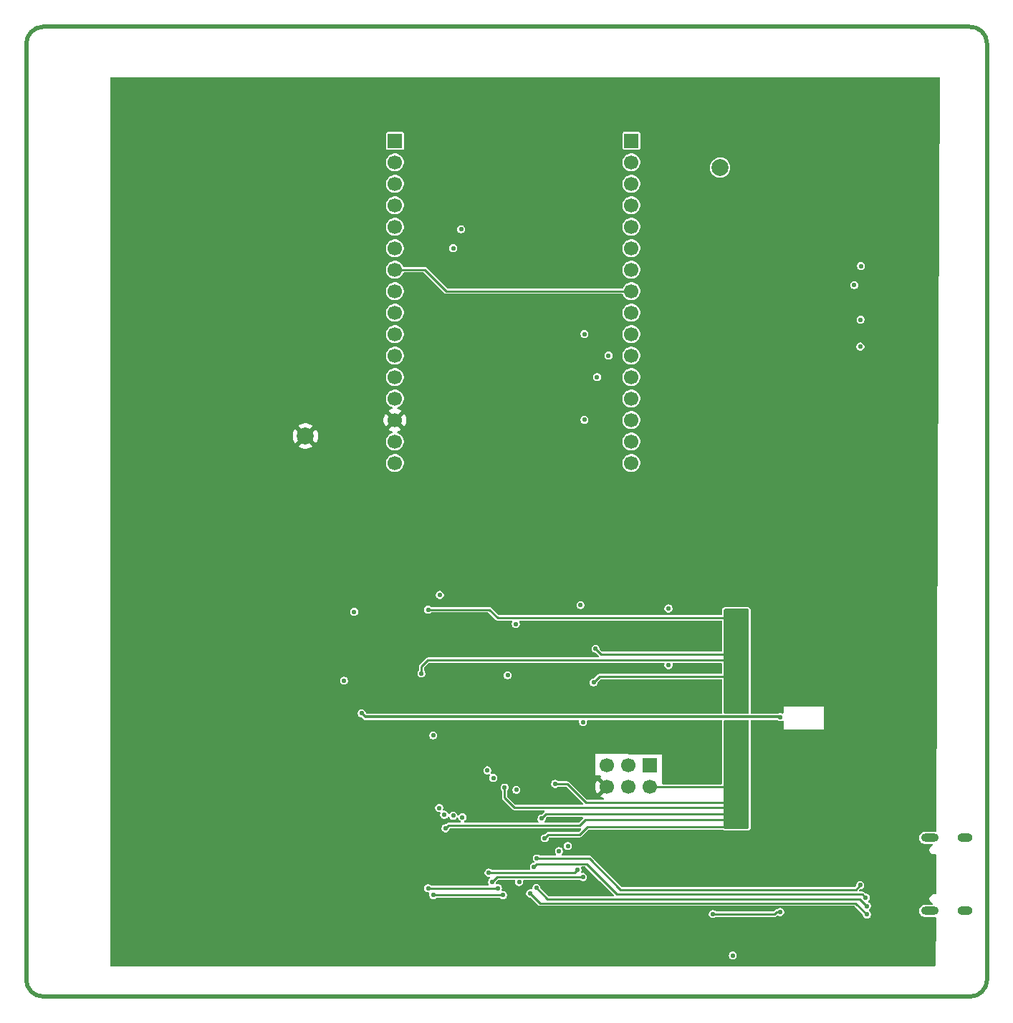
<source format=gbr>
%TF.GenerationSoftware,KiCad,Pcbnew,9.0.6*%
%TF.CreationDate,2026-01-09T14:55:59+00:00*%
%TF.ProjectId,PyBoardTester,5079426f-6172-4645-9465-737465722e6b,rev?*%
%TF.SameCoordinates,Original*%
%TF.FileFunction,Copper,L3,Inr*%
%TF.FilePolarity,Positive*%
%FSLAX46Y46*%
G04 Gerber Fmt 4.6, Leading zero omitted, Abs format (unit mm)*
G04 Created by KiCad (PCBNEW 9.0.6) date 2026-01-09 14:55:59*
%MOMM*%
%LPD*%
G01*
G04 APERTURE LIST*
%TA.AperFunction,ComponentPad*%
%ADD10R,1.700000X1.700000*%
%TD*%
%TA.AperFunction,ComponentPad*%
%ADD11C,1.700000*%
%TD*%
%TA.AperFunction,ComponentPad*%
%ADD12C,2.000000*%
%TD*%
%TA.AperFunction,HeatsinkPad*%
%ADD13O,2.100000X1.000000*%
%TD*%
%TA.AperFunction,HeatsinkPad*%
%ADD14O,1.800000X1.000000*%
%TD*%
%TA.AperFunction,ViaPad*%
%ADD15C,0.550000*%
%TD*%
%TA.AperFunction,Conductor*%
%ADD16C,0.300000*%
%TD*%
%TA.AperFunction,Conductor*%
%ADD17C,0.220000*%
%TD*%
%TA.AperFunction,Profile*%
%ADD18C,0.500000*%
%TD*%
G04 APERTURE END LIST*
D10*
%TO.N,V+#1*%
%TO.C,J3*%
X155314000Y-50194800D03*
D11*
%TO.N,+3V3#1*%
X155314000Y-52734800D03*
%TO.N,GND#1*%
X155314000Y-55274800D03*
%TO.N,/~{RST}#1 actuador*%
X155314000Y-57814800D03*
%TO.N,/module on test/PB1-Y12*%
X155314000Y-60354800D03*
%TO.N,/module on test/PB0-Y11*%
X155314000Y-62894800D03*
%TO.N,/module on test/PB11-Y10*%
X155314000Y-65434800D03*
%TO.N,/module on test/PB10-Y9*%
X155314000Y-67974800D03*
%TO.N,/module on test/PA3-X4*%
X155314000Y-70514800D03*
%TO.N,/module on test/PA2-X3*%
X155314000Y-73054800D03*
%TO.N,/module on test/PA1-X2*%
X155314000Y-75594800D03*
%TO.N,/module on test/PA0-X1*%
X155314000Y-78134800D03*
%TO.N,/module on test/PA3-X4*%
X155314000Y-80674800D03*
%TO.N,/module on test/PA2-X3*%
X155314000Y-83214800D03*
%TO.N,/module on test/PA1-X2*%
X155314000Y-85754800D03*
%TO.N,/module on test/PA0-X1*%
X155314000Y-88294800D03*
%TD*%
D12*
%TO.N,GND*%
%TO.C,TP27*%
X116790681Y-85109856D03*
%TD*%
D10*
%TO.N,/PDI_DATA*%
%TO.C,J1*%
X157490000Y-124075000D03*
D11*
%TO.N,+3V3*%
X157490000Y-126615000D03*
%TO.N,unconnected-(J1-Pin_3-Pad3)*%
X154950000Y-124075000D03*
%TO.N,unconnected-(J1-Pin_4-Pad4)*%
X154950000Y-126615000D03*
%TO.N,/PDI_CLOCK*%
X152410000Y-124075000D03*
%TO.N,GND*%
X152410000Y-126615000D03*
%TD*%
D13*
%TO.N,Net-(J5-SHIELD)*%
%TO.C,J5*%
X190570000Y-141270000D03*
D14*
X194750000Y-141270000D03*
D13*
X190570000Y-132630000D03*
D14*
X194750000Y-132630000D03*
%TD*%
D12*
%TO.N,GND#1*%
%TO.C,TP6*%
X165814000Y-53368133D03*
%TD*%
D10*
%TO.N,/module on test/PC6-Y1*%
%TO.C,J2*%
X127380000Y-50206800D03*
D11*
%TO.N,/module on test/PC7-Y2*%
X127380000Y-52746800D03*
%TO.N,/module on test/PB12-Y5*%
X127380000Y-55286800D03*
%TO.N,/module on test/PB13-Y6*%
X127380000Y-57826800D03*
%TO.N,/module on test/PB12-Y5*%
X127380000Y-60366800D03*
%TO.N,/module on test/PB13-Y6*%
X127380000Y-62906800D03*
%TO.N,/module on test/PB10-Y9*%
X127380000Y-65446800D03*
%TO.N,/module on test/PB11-Y10*%
X127380000Y-67986800D03*
%TO.N,/module on test/PB0-Y11*%
X127380000Y-70526800D03*
%TO.N,/module on test/PB1-Y12*%
X127380000Y-73066800D03*
%TO.N,/module on test/PC4-X11*%
X127380000Y-75606800D03*
%TO.N,/module on test/PC5-X12*%
X127380000Y-78146800D03*
%TO.N,/~{RST}#2 feedback*%
X127380000Y-80686800D03*
%TO.N,GND*%
X127380000Y-83226800D03*
%TO.N,+3V3#2*%
X127380000Y-85766800D03*
%TO.N,V+#2*%
X127380000Y-88306800D03*
%TD*%
D15*
%TO.N,V+#2*%
X172900000Y-118350000D03*
%TO.N,+3V3#2*%
X121350000Y-114050000D03*
%TO.N,V+#2*%
X122550000Y-105900000D03*
X123450000Y-117900000D03*
%TO.N,V+#1*%
X159700000Y-105500000D03*
%TO.N,+3V3#1*%
X159700000Y-112200000D03*
%TO.N,/module on test/PB1-Y12*%
X135200000Y-60644800D03*
%TO.N,/module on test/PB0-Y11*%
X134250000Y-62894800D03*
%TO.N,/module on test/PB13-Y6*%
X135350000Y-130200000D03*
%TO.N,/module on test/PB10-Y9*%
X134250000Y-130000000D03*
%TO.N,/~{RST}#2 feedback*%
X132600000Y-129100000D03*
%TO.N,GND*%
X150650000Y-127350000D03*
X133050000Y-82600000D03*
X157750000Y-80700000D03*
X170950000Y-134200000D03*
X157950000Y-89750000D03*
X158150000Y-105800000D03*
X133300000Y-105050000D03*
X181550000Y-122750000D03*
X169750000Y-104850000D03*
X157150000Y-119300000D03*
X131200000Y-66900000D03*
X149850000Y-117350000D03*
X185100000Y-72050000D03*
X145200000Y-114500000D03*
X140200000Y-133600000D03*
X187767500Y-145800000D03*
X147800000Y-119350000D03*
X147362500Y-114561200D03*
X131950000Y-108300000D03*
X133363500Y-135500000D03*
X140200000Y-129850000D03*
X190550000Y-98950000D03*
X160750000Y-57550000D03*
X177500000Y-133350000D03*
X190450000Y-88350000D03*
X180550000Y-137600000D03*
X181200000Y-141450000D03*
X130400000Y-118950000D03*
X175450000Y-58700000D03*
X176800000Y-48150000D03*
X132900000Y-146000000D03*
X147500000Y-92350000D03*
X147650000Y-69100000D03*
X133950000Y-61700000D03*
X185250000Y-130750000D03*
X124900000Y-119750000D03*
X187900000Y-51250000D03*
X136800000Y-104550000D03*
X174100000Y-83750000D03*
X181750000Y-84450000D03*
X187667500Y-129900000D03*
X157900000Y-63700000D03*
X136850000Y-94150000D03*
X173950000Y-123350000D03*
X133050000Y-97650000D03*
X138350000Y-133600000D03*
X173100000Y-121550000D03*
X181750000Y-127600000D03*
X150850000Y-44650000D03*
X166500000Y-132450000D03*
X185450000Y-104450000D03*
X188000000Y-75200000D03*
X172450000Y-70750000D03*
X177500000Y-145350000D03*
X136500000Y-73450000D03*
X140750000Y-112350000D03*
X138350000Y-129850000D03*
X190150000Y-118150000D03*
X119650000Y-93700000D03*
X170700000Y-93350000D03*
X120650000Y-121700000D03*
X142100000Y-131750000D03*
X100850000Y-111500000D03*
X132000000Y-115000000D03*
X129750000Y-71700000D03*
X147750000Y-61800000D03*
X170700000Y-100000000D03*
X189050000Y-45050000D03*
X124750000Y-115006800D03*
X122700000Y-115150000D03*
X123600000Y-101850000D03*
X168350000Y-132150000D03*
X133000000Y-90750000D03*
X165150000Y-119300000D03*
X132850000Y-44350000D03*
X181550000Y-99900000D03*
X142800000Y-97950000D03*
X142100000Y-129850000D03*
X146950000Y-75750000D03*
X170850000Y-126050000D03*
X185000000Y-138155000D03*
X154800000Y-105700000D03*
X149900000Y-66550000D03*
X170300000Y-117200000D03*
X157150000Y-138000000D03*
X141400000Y-122300000D03*
X140200000Y-131750000D03*
X136800000Y-68800000D03*
X132000000Y-113056800D03*
X165100000Y-105400000D03*
X183550000Y-76050000D03*
X159712500Y-110311200D03*
X136500000Y-66800000D03*
X141750000Y-78600000D03*
X130550000Y-124800000D03*
X160700000Y-77550000D03*
X150100000Y-84700000D03*
X155750000Y-132100000D03*
X185250000Y-113500000D03*
X158000000Y-54300000D03*
X97400000Y-46350000D03*
X147650000Y-83650000D03*
X169850000Y-44550000D03*
X172900000Y-134150000D03*
X185350000Y-88600000D03*
X96350000Y-72250000D03*
X179900000Y-71250000D03*
X130450000Y-115050000D03*
X142100000Y-133600000D03*
X180700000Y-64700000D03*
X149700000Y-108350000D03*
X157700000Y-71950000D03*
X149150000Y-78150000D03*
X149200000Y-103250000D03*
X146600000Y-122600000D03*
X147312500Y-108511200D03*
X133300000Y-79550000D03*
X158100000Y-101600000D03*
X113900000Y-44250000D03*
X147650000Y-110750000D03*
X136550000Y-83550000D03*
X140200000Y-123000000D03*
X151950000Y-82200000D03*
X170582500Y-146550000D03*
X140450000Y-119250000D03*
X149700000Y-114350000D03*
X137800000Y-106975000D03*
X96850000Y-101950000D03*
X142200000Y-138950000D03*
X105600000Y-59900000D03*
X147700000Y-102450000D03*
X136750000Y-114806800D03*
X132100000Y-106325000D03*
X159712500Y-116161200D03*
X170850000Y-126850000D03*
X97250000Y-123100000D03*
X180700000Y-78350000D03*
X155562500Y-117561200D03*
X142300000Y-117350000D03*
X185350000Y-96800000D03*
X168350000Y-134450000D03*
X159600000Y-124600000D03*
X145500000Y-139050000D03*
X106250000Y-83450000D03*
X159800000Y-136150000D03*
X124750000Y-108400000D03*
X147450000Y-127600000D03*
X130450000Y-136300000D03*
X160600000Y-86250000D03*
X189850000Y-126300000D03*
X96500000Y-143600000D03*
X174582500Y-131600000D03*
X137300000Y-137600000D03*
X165500000Y-112550000D03*
X129600000Y-74050000D03*
X176750000Y-110450000D03*
X187717500Y-143900000D03*
X142050000Y-61850000D03*
X161000000Y-92050000D03*
X149250000Y-71400000D03*
X125300000Y-103800000D03*
X190450000Y-109850000D03*
X169000000Y-137650000D03*
X136400000Y-59900000D03*
X188250000Y-140150000D03*
X139950000Y-115900000D03*
X170150000Y-110100000D03*
X130200000Y-63600000D03*
X188300000Y-133250000D03*
X190350000Y-147100000D03*
X123900000Y-89300000D03*
X111750000Y-139900000D03*
X122300000Y-110700000D03*
X170700000Y-119500000D03*
X105500000Y-131500000D03*
X165550000Y-115900000D03*
X140900000Y-108800000D03*
X124300000Y-112950000D03*
X135700000Y-128250000D03*
X131800000Y-119000000D03*
X133600000Y-107200000D03*
X151350000Y-132200000D03*
X122600000Y-117456800D03*
X185400000Y-82100000D03*
X133750000Y-66750000D03*
X157312500Y-114261200D03*
X114000000Y-100900000D03*
X170300000Y-144900000D03*
X181650000Y-107450000D03*
X138350000Y-131750000D03*
X160750000Y-66850000D03*
X135150000Y-119300000D03*
X165450000Y-125800000D03*
X132850000Y-137400000D03*
X122510000Y-108450000D03*
X174920000Y-126950000D03*
X161400000Y-146350000D03*
X147750000Y-117400000D03*
X164550000Y-137250000D03*
X123900000Y-94700000D03*
X154850000Y-121900000D03*
X184650000Y-132850000D03*
X177580000Y-126950000D03*
X134950000Y-125950000D03*
X153500000Y-56700000D03*
X158850000Y-51750000D03*
X131850000Y-117600000D03*
X157312500Y-108311200D03*
X160850000Y-98650000D03*
X181700000Y-114500000D03*
X137200000Y-117600000D03*
X133350000Y-68950000D03*
X188000000Y-61750000D03*
X165400000Y-108750000D03*
X148450000Y-141850000D03*
X116200000Y-114850000D03*
X190650000Y-77700000D03*
X180600000Y-51100000D03*
X135050000Y-132400000D03*
X185450000Y-123950000D03*
X152150000Y-139150000D03*
X130400000Y-130950000D03*
X145100000Y-108450000D03*
X158000000Y-95400000D03*
X160850000Y-105850000D03*
X147700000Y-130450000D03*
X150350000Y-119800000D03*
X181650000Y-92700000D03*
%TO.N,/STATE_LED*%
X141730999Y-126941690D03*
X146750000Y-134200000D03*
%TO.N,/~{RST}#1 actuador*%
X147800000Y-133600000D03*
%TO.N,/V+#1_chck*%
X141650000Y-107343700D03*
X139000000Y-125550000D03*
%TO.N,/+3V3#1_chck*%
X140700000Y-113400000D03*
X138285000Y-124650000D03*
%TO.N,/V+#1_ok*%
X138450000Y-136750000D03*
X148950000Y-136400000D03*
X149300000Y-105100000D03*
%TO.N,/+3V3#1_ok*%
X138850000Y-137850000D03*
X149600000Y-118950000D03*
X149600000Y-137264000D03*
%TO.N,/V+#2_ok*%
X139550000Y-138600000D03*
X131300000Y-138600000D03*
X132675000Y-103900000D03*
%TO.N,/+3V3#2_ok*%
X131900000Y-120500000D03*
X131900000Y-139400000D03*
X140150000Y-139400000D03*
%TO.N,/module on test/PB11-Y10*%
X133200000Y-129900000D03*
%TO.N,/module on test/PA1-X2*%
X152614000Y-75594800D03*
%TO.N,/module on test/PA0-X1*%
X151264000Y-78144800D03*
%TO.N,/module on test/PA2-X3*%
X149764000Y-73044800D03*
X149764000Y-83194800D03*
%TO.N,+3V3*%
X144700000Y-130350000D03*
X146300000Y-126250000D03*
X150850000Y-114250000D03*
X167300000Y-146550000D03*
X166700000Y-117200000D03*
X133350000Y-131500000D03*
X166900000Y-125950000D03*
X142050000Y-137849000D03*
X145075000Y-132675000D03*
X167000000Y-111400000D03*
X131300000Y-105650000D03*
X168700000Y-108600000D03*
X166750000Y-120950000D03*
X166950000Y-106000000D03*
X168700000Y-130100000D03*
X168670000Y-127830000D03*
X168300000Y-119350000D03*
X151078367Y-110271633D03*
X166800000Y-130900000D03*
X130500000Y-113200000D03*
X167000000Y-128400000D03*
X168650000Y-122850000D03*
X140328500Y-126671500D03*
X168700000Y-114450000D03*
%TO.N,/FTDI_CTS*%
X164950000Y-141650000D03*
X172900000Y-141400000D03*
%TO.N,/RST#1_LED*%
X143359022Y-139200000D03*
X182375000Y-74525000D03*
X183150000Y-141700000D03*
%TO.N,/RST#2_LED*%
X144100000Y-138550000D03*
X182400000Y-71350000D03*
X183145384Y-140700000D03*
%TO.N,/SUPPLY_LED*%
X183000000Y-139700000D03*
X181650000Y-67250000D03*
X143800000Y-136050000D03*
%TO.N,/IOs_LED*%
X144150000Y-135050000D03*
X182370000Y-138220000D03*
X182450000Y-65000000D03*
%TD*%
D16*
%TO.N,V+#2*%
X123874000Y-118324000D02*
X172944000Y-118324000D01*
X123450000Y-117900000D02*
X123874000Y-118324000D01*
D17*
%TO.N,/module on test/PB10-Y9*%
X130946800Y-65446800D02*
X127380000Y-65446800D01*
X133474800Y-67974800D02*
X130946800Y-65446800D01*
X155314000Y-67974800D02*
X133474800Y-67974800D01*
%TO.N,/V+#1_ok*%
X148950000Y-136400000D02*
X148600000Y-136750000D01*
X148600000Y-136750000D02*
X138450000Y-136750000D01*
%TO.N,/+3V3#1_ok*%
X139436000Y-137264000D02*
X138850000Y-137850000D01*
X149600000Y-137264000D02*
X139436000Y-137264000D01*
%TO.N,/V+#2_ok*%
X131300000Y-138600000D02*
X139550000Y-138600000D01*
%TO.N,/+3V3#2_ok*%
X140150000Y-139400000D02*
X131900000Y-139400000D01*
%TO.N,+3V3*%
X166700000Y-128700000D02*
X167050000Y-128700000D01*
X145236000Y-129814000D02*
X166986000Y-129814000D01*
X131300000Y-105650000D02*
X138550000Y-105650000D01*
X151703934Y-110897200D02*
X166797200Y-110897200D01*
X151078367Y-110271633D02*
X151703934Y-110897200D01*
X149950000Y-128450000D02*
X166700000Y-128450000D01*
X140328500Y-126671500D02*
X140328500Y-127878500D01*
X140328500Y-127878500D02*
X141500000Y-129050000D01*
X150100000Y-131350000D02*
X167800000Y-131350000D01*
X149850000Y-130500000D02*
X167800000Y-130500000D01*
X141500000Y-129050000D02*
X166350000Y-129050000D01*
X138550000Y-105650000D02*
X139500000Y-106600000D01*
X139500000Y-106600000D02*
X167000000Y-106600000D01*
X166350000Y-129050000D02*
X166700000Y-128700000D01*
X145075000Y-132675000D02*
X145500000Y-132250000D01*
X166797200Y-110897200D02*
X166850000Y-110950000D01*
X150850000Y-114250000D02*
X151550000Y-113550000D01*
X133700000Y-131150000D02*
X149200000Y-131150000D01*
X166714000Y-111614000D02*
X167000000Y-111900000D01*
X166700000Y-128450000D02*
X167200000Y-127950000D01*
X151550000Y-113550000D02*
X167100000Y-113550000D01*
X131264000Y-111614000D02*
X166714000Y-111614000D01*
X157490000Y-126615000D02*
X168365000Y-126615000D01*
X133350000Y-131500000D02*
X133700000Y-131150000D01*
X147750000Y-126250000D02*
X149950000Y-128450000D01*
X145500000Y-132250000D02*
X149200000Y-132250000D01*
X130500000Y-112378000D02*
X131264000Y-111614000D01*
X144700000Y-130350000D02*
X145236000Y-129814000D01*
X149200000Y-131150000D02*
X149850000Y-130500000D01*
X146300000Y-126250000D02*
X147750000Y-126250000D01*
X130500000Y-113200000D02*
X130500000Y-112378000D01*
X149200000Y-132250000D02*
X150100000Y-131350000D01*
%TO.N,/FTDI_CTS*%
X172900000Y-141400000D02*
X172500000Y-141400000D01*
X172250000Y-141650000D02*
X164950000Y-141650000D01*
X172500000Y-141400000D02*
X172250000Y-141650000D01*
%TO.N,/RST#1_LED*%
X181800000Y-140350000D02*
X144509022Y-140350000D01*
X183150000Y-141700000D02*
X181800000Y-140350000D01*
X144509022Y-140350000D02*
X143359022Y-139200000D01*
%TO.N,/RST#2_LED*%
X145400000Y-139850000D02*
X144100000Y-138550000D01*
X183145384Y-140700000D02*
X182295384Y-139850000D01*
X182295384Y-139850000D02*
X145400000Y-139850000D01*
%TO.N,/SUPPLY_LED*%
X150000000Y-135700000D02*
X144150000Y-135700000D01*
X144150000Y-135700000D02*
X143800000Y-136050000D01*
X153600000Y-139300000D02*
X150000000Y-135700000D01*
X183000000Y-139700000D02*
X182600000Y-139300000D01*
X182600000Y-139300000D02*
X153600000Y-139300000D01*
%TO.N,/IOs_LED*%
X150345384Y-135050000D02*
X144150000Y-135050000D01*
X154045384Y-138750000D02*
X150345384Y-135050000D01*
X181840000Y-138750000D02*
X154045384Y-138750000D01*
X182370000Y-138220000D02*
X181840000Y-138750000D01*
%TD*%
%TA.AperFunction,Conductor*%
%TO.N,+3V3*%
G36*
X169143039Y-118694185D02*
G01*
X169188794Y-118746989D01*
X169200000Y-118798500D01*
X169200000Y-131426000D01*
X169180315Y-131493039D01*
X169127511Y-131538794D01*
X169076000Y-131550000D01*
X166374000Y-131550000D01*
X166306961Y-131530315D01*
X166261206Y-131477511D01*
X166250000Y-131426000D01*
X166250000Y-118798500D01*
X166269685Y-118731461D01*
X166322489Y-118685706D01*
X166374000Y-118674500D01*
X169076000Y-118674500D01*
X169143039Y-118694185D01*
G37*
%TD.AperFunction*%
%TA.AperFunction,Conductor*%
G36*
X169143039Y-105569685D02*
G01*
X169188794Y-105622489D01*
X169200000Y-105674000D01*
X169200000Y-117849500D01*
X169180315Y-117916539D01*
X169127511Y-117962294D01*
X169076000Y-117973500D01*
X166374000Y-117973500D01*
X166306961Y-117953815D01*
X166261206Y-117901011D01*
X166250000Y-117849500D01*
X166250000Y-105674000D01*
X166269685Y-105606961D01*
X166322489Y-105561206D01*
X166374000Y-105550000D01*
X169076000Y-105550000D01*
X169143039Y-105569685D01*
G37*
%TD.AperFunction*%
%TD*%
%TA.AperFunction,Conductor*%
%TO.N,GND*%
G36*
X149554064Y-130144185D02*
G01*
X149599819Y-130196989D01*
X149609763Y-130266147D01*
X149580738Y-130329703D01*
X149574706Y-130336181D01*
X149107705Y-130803181D01*
X149046382Y-130836666D01*
X149020024Y-130839500D01*
X145180367Y-130839500D01*
X145113328Y-130819815D01*
X145067573Y-130767011D01*
X145057629Y-130697853D01*
X145077859Y-130649827D01*
X145076431Y-130649003D01*
X145100039Y-130608112D01*
X145143095Y-130533536D01*
X145175500Y-130412601D01*
X145175500Y-130364975D01*
X145184144Y-130335534D01*
X145190668Y-130305548D01*
X145194422Y-130300532D01*
X145195185Y-130297936D01*
X145211819Y-130277294D01*
X145328294Y-130160819D01*
X145389617Y-130127334D01*
X145415975Y-130124500D01*
X149487025Y-130124500D01*
X149554064Y-130144185D01*
G37*
%TD.AperFunction*%
%TA.AperFunction,Conductor*%
G36*
X191742448Y-42669685D02*
G01*
X191788203Y-42722489D01*
X191799407Y-42774588D01*
X191650561Y-74076929D01*
X191376004Y-131816194D01*
X191356000Y-131883139D01*
X191302980Y-131928642D01*
X191233775Y-131938257D01*
X191227815Y-131937222D01*
X191188993Y-131929500D01*
X189951007Y-131929500D01*
X189951005Y-131929500D01*
X189815677Y-131956418D01*
X189815667Y-131956421D01*
X189688195Y-132009221D01*
X189688182Y-132009228D01*
X189573458Y-132085885D01*
X189573454Y-132085888D01*
X189475888Y-132183454D01*
X189475885Y-132183458D01*
X189399228Y-132298182D01*
X189399221Y-132298195D01*
X189346421Y-132425667D01*
X189346418Y-132425677D01*
X189319500Y-132561004D01*
X189319500Y-132561007D01*
X189319500Y-132698993D01*
X189319500Y-132698995D01*
X189319499Y-132698995D01*
X189346418Y-132834322D01*
X189346421Y-132834332D01*
X189399221Y-132961804D01*
X189399228Y-132961817D01*
X189475885Y-133076541D01*
X189475888Y-133076545D01*
X189573454Y-133174111D01*
X189573458Y-133174114D01*
X189688182Y-133250771D01*
X189688195Y-133250778D01*
X189815667Y-133303578D01*
X189815672Y-133303580D01*
X189815676Y-133303580D01*
X189815677Y-133303581D01*
X189951004Y-133330500D01*
X190822732Y-133330500D01*
X190889771Y-133350185D01*
X190935526Y-133402989D01*
X190945470Y-133472147D01*
X190916445Y-133535703D01*
X190874168Y-133566187D01*
X190874203Y-133566248D01*
X190873608Y-133566591D01*
X190870182Y-133569062D01*
X190867163Y-133570312D01*
X190747338Y-133639492D01*
X190747333Y-133639496D01*
X190649496Y-133737333D01*
X190649492Y-133737338D01*
X190580313Y-133857161D01*
X190580312Y-133857164D01*
X190544500Y-133990817D01*
X190544500Y-134129183D01*
X190580249Y-134262599D01*
X190580312Y-134262835D01*
X190580313Y-134262838D01*
X190649492Y-134382661D01*
X190649494Y-134382664D01*
X190649495Y-134382665D01*
X190747335Y-134480505D01*
X190747336Y-134480506D01*
X190747338Y-134480507D01*
X190767184Y-134491965D01*
X190867164Y-134549688D01*
X191000817Y-134585500D01*
X191000819Y-134585500D01*
X191139180Y-134585500D01*
X191139183Y-134585500D01*
X191206259Y-134567527D01*
X191276105Y-134569190D01*
X191333967Y-134608352D01*
X191361472Y-134672580D01*
X191362348Y-134687892D01*
X191340857Y-139207529D01*
X191320853Y-139274474D01*
X191267833Y-139319977D01*
X191198628Y-139329592D01*
X191184771Y-139326715D01*
X191139183Y-139314500D01*
X191000817Y-139314500D01*
X190867164Y-139350312D01*
X190867161Y-139350313D01*
X190747338Y-139419492D01*
X190747333Y-139419496D01*
X190649496Y-139517333D01*
X190649492Y-139517338D01*
X190580313Y-139637161D01*
X190580312Y-139637164D01*
X190544500Y-139770817D01*
X190544500Y-139909183D01*
X190579334Y-140039184D01*
X190580312Y-140042835D01*
X190580313Y-140042838D01*
X190649492Y-140162661D01*
X190649494Y-140162664D01*
X190649495Y-140162665D01*
X190747335Y-140260505D01*
X190867164Y-140329688D01*
X190867167Y-140329689D01*
X190870182Y-140330938D01*
X190872337Y-140332675D01*
X190874203Y-140333752D01*
X190874035Y-140334042D01*
X190924587Y-140374778D01*
X190946653Y-140441072D01*
X190929375Y-140508771D01*
X190878239Y-140556383D01*
X190822732Y-140569500D01*
X189951005Y-140569500D01*
X189815677Y-140596418D01*
X189815667Y-140596421D01*
X189688195Y-140649221D01*
X189688182Y-140649228D01*
X189573458Y-140725885D01*
X189573454Y-140725888D01*
X189475888Y-140823454D01*
X189475885Y-140823458D01*
X189399228Y-140938182D01*
X189399221Y-140938195D01*
X189346421Y-141065667D01*
X189346418Y-141065677D01*
X189319500Y-141201004D01*
X189319500Y-141201007D01*
X189319500Y-141338993D01*
X189319500Y-141338995D01*
X189319499Y-141338995D01*
X189346418Y-141474322D01*
X189346421Y-141474332D01*
X189399221Y-141601804D01*
X189399228Y-141601817D01*
X189475885Y-141716541D01*
X189475888Y-141716545D01*
X189573454Y-141814111D01*
X189573458Y-141814114D01*
X189688182Y-141890771D01*
X189688195Y-141890778D01*
X189811773Y-141941965D01*
X189815672Y-141943580D01*
X189815676Y-141943580D01*
X189815677Y-141943581D01*
X189951004Y-141970500D01*
X189951007Y-141970500D01*
X191188990Y-141970500D01*
X191188993Y-141970500D01*
X191188995Y-141970499D01*
X191190969Y-141970305D01*
X191191998Y-141970500D01*
X191195085Y-141970500D01*
X191195085Y-141971085D01*
X191259616Y-141983319D01*
X191310329Y-142031381D01*
X191327130Y-142094297D01*
X191300587Y-147676590D01*
X191280583Y-147743535D01*
X191227563Y-147789038D01*
X191176588Y-147800000D01*
X93824000Y-147800000D01*
X93756961Y-147780315D01*
X93711206Y-147727511D01*
X93700000Y-147676000D01*
X93700000Y-146487399D01*
X166824500Y-146487399D01*
X166824500Y-146612601D01*
X166856905Y-146733536D01*
X166919505Y-146841964D01*
X167008036Y-146930495D01*
X167116464Y-146993095D01*
X167237399Y-147025500D01*
X167237401Y-147025500D01*
X167362599Y-147025500D01*
X167362601Y-147025500D01*
X167483536Y-146993095D01*
X167591964Y-146930495D01*
X167680495Y-146841964D01*
X167743095Y-146733536D01*
X167775500Y-146612601D01*
X167775500Y-146487399D01*
X167743095Y-146366464D01*
X167680495Y-146258036D01*
X167591964Y-146169505D01*
X167483536Y-146106905D01*
X167483537Y-146106905D01*
X167443224Y-146096103D01*
X167362601Y-146074500D01*
X167237399Y-146074500D01*
X167156775Y-146096103D01*
X167116463Y-146106905D01*
X167008037Y-146169504D01*
X167008034Y-146169506D01*
X166919506Y-146258034D01*
X166919504Y-146258037D01*
X166856905Y-146366463D01*
X166856905Y-146366464D01*
X166824500Y-146487399D01*
X93700000Y-146487399D01*
X93700000Y-141587399D01*
X164474500Y-141587399D01*
X164474500Y-141712601D01*
X164506905Y-141833536D01*
X164569505Y-141941964D01*
X164658036Y-142030495D01*
X164766464Y-142093095D01*
X164887399Y-142125500D01*
X164887401Y-142125500D01*
X165012599Y-142125500D01*
X165012601Y-142125500D01*
X165133536Y-142093095D01*
X165241964Y-142030495D01*
X165275640Y-141996819D01*
X165336963Y-141963334D01*
X165363321Y-141960500D01*
X172290876Y-141960500D01*
X172290879Y-141960500D01*
X172369849Y-141939340D01*
X172440652Y-141898462D01*
X172509427Y-141829686D01*
X172570749Y-141796202D01*
X172640441Y-141801186D01*
X172659107Y-141809981D01*
X172693240Y-141829687D01*
X172716464Y-141843095D01*
X172837399Y-141875500D01*
X172837401Y-141875500D01*
X172962599Y-141875500D01*
X172962601Y-141875500D01*
X173083536Y-141843095D01*
X173191964Y-141780495D01*
X173280495Y-141691964D01*
X173343095Y-141583536D01*
X173375500Y-141462601D01*
X173375500Y-141337399D01*
X173343095Y-141216464D01*
X173280495Y-141108036D01*
X173191964Y-141019505D01*
X173083536Y-140956905D01*
X173083537Y-140956905D01*
X173043224Y-140946103D01*
X172962601Y-140924500D01*
X172837399Y-140924500D01*
X172756775Y-140946103D01*
X172716463Y-140956905D01*
X172608037Y-141019504D01*
X172608034Y-141019506D01*
X172574360Y-141053181D01*
X172513037Y-141086666D01*
X172486679Y-141089500D01*
X172459118Y-141089500D01*
X172437958Y-141095170D01*
X172437957Y-141095169D01*
X172380156Y-141110658D01*
X172380149Y-141110661D01*
X172309352Y-141151535D01*
X172309349Y-141151537D01*
X172309349Y-141151538D01*
X172309348Y-141151539D01*
X172157703Y-141303182D01*
X172096382Y-141336666D01*
X172070024Y-141339500D01*
X165363321Y-141339500D01*
X165296282Y-141319815D01*
X165275640Y-141303181D01*
X165241965Y-141269506D01*
X165241964Y-141269505D01*
X165133536Y-141206905D01*
X165133537Y-141206905D01*
X165093224Y-141196103D01*
X165012601Y-141174500D01*
X164887399Y-141174500D01*
X164806775Y-141196103D01*
X164766463Y-141206905D01*
X164658037Y-141269504D01*
X164658034Y-141269506D01*
X164569506Y-141358034D01*
X164569504Y-141358037D01*
X164506905Y-141466463D01*
X164506905Y-141466464D01*
X164474500Y-141587399D01*
X93700000Y-141587399D01*
X93700000Y-138537399D01*
X130824500Y-138537399D01*
X130824500Y-138662601D01*
X130856905Y-138783536D01*
X130919505Y-138891964D01*
X131008036Y-138980495D01*
X131116464Y-139043095D01*
X131237399Y-139075500D01*
X131237401Y-139075500D01*
X131333076Y-139075500D01*
X131400115Y-139095185D01*
X131445870Y-139147989D01*
X131455814Y-139217147D01*
X131452851Y-139231591D01*
X131424500Y-139337399D01*
X131424500Y-139462601D01*
X131456905Y-139583536D01*
X131519505Y-139691964D01*
X131608036Y-139780495D01*
X131716464Y-139843095D01*
X131837399Y-139875500D01*
X131837401Y-139875500D01*
X131962599Y-139875500D01*
X131962601Y-139875500D01*
X132083536Y-139843095D01*
X132191964Y-139780495D01*
X132225640Y-139746819D01*
X132286963Y-139713334D01*
X132313321Y-139710500D01*
X139736679Y-139710500D01*
X139803718Y-139730185D01*
X139824360Y-139746819D01*
X139858036Y-139780495D01*
X139966464Y-139843095D01*
X140087399Y-139875500D01*
X140087401Y-139875500D01*
X140212599Y-139875500D01*
X140212601Y-139875500D01*
X140333536Y-139843095D01*
X140441964Y-139780495D01*
X140530495Y-139691964D01*
X140593095Y-139583536D01*
X140625500Y-139462601D01*
X140625500Y-139337399D01*
X140593095Y-139216464D01*
X140530495Y-139108036D01*
X140441964Y-139019505D01*
X140333536Y-138956905D01*
X140333537Y-138956905D01*
X140293224Y-138946103D01*
X140212601Y-138924500D01*
X140116924Y-138924500D01*
X140049885Y-138904815D01*
X140004130Y-138852011D01*
X139994186Y-138782853D01*
X139997149Y-138768406D01*
X140005555Y-138737036D01*
X140025500Y-138662601D01*
X140025500Y-138537399D01*
X139993095Y-138416464D01*
X139930495Y-138308036D01*
X139841964Y-138219505D01*
X139733536Y-138156905D01*
X139733537Y-138156905D01*
X139674044Y-138140964D01*
X139612601Y-138124500D01*
X139487399Y-138124500D01*
X139487393Y-138124500D01*
X139459259Y-138132039D01*
X139425309Y-138131230D01*
X139391321Y-138130969D01*
X139390450Y-138130399D01*
X139389410Y-138130375D01*
X139361272Y-138111330D01*
X139332835Y-138092745D01*
X139332410Y-138091795D01*
X139331548Y-138091212D01*
X139318176Y-138059984D01*
X139304298Y-138028968D01*
X139304375Y-138027753D01*
X139304045Y-138026983D01*
X139304569Y-137993675D01*
X139305602Y-137986857D01*
X139325500Y-137912601D01*
X139325500Y-137855627D01*
X139326901Y-137846387D01*
X139337870Y-137822846D01*
X139345185Y-137797937D01*
X139355365Y-137785302D01*
X139356413Y-137783056D01*
X139357968Y-137782072D01*
X139361819Y-137777295D01*
X139528295Y-137610819D01*
X139589618Y-137577334D01*
X139615976Y-137574500D01*
X141469679Y-137574500D01*
X141536718Y-137594185D01*
X141582473Y-137646989D01*
X141592417Y-137716147D01*
X141589453Y-137730595D01*
X141574500Y-137786396D01*
X141574500Y-137786399D01*
X141574500Y-137911601D01*
X141606905Y-138032536D01*
X141669505Y-138140964D01*
X141758036Y-138229495D01*
X141866464Y-138292095D01*
X141987399Y-138324500D01*
X141987401Y-138324500D01*
X142112599Y-138324500D01*
X142112601Y-138324500D01*
X142233536Y-138292095D01*
X142341964Y-138229495D01*
X142430495Y-138140964D01*
X142493095Y-138032536D01*
X142525500Y-137911601D01*
X142525500Y-137786399D01*
X142510547Y-137730594D01*
X142512209Y-137660745D01*
X142551370Y-137602882D01*
X142615599Y-137575377D01*
X142630321Y-137574500D01*
X149186679Y-137574500D01*
X149253718Y-137594185D01*
X149274360Y-137610819D01*
X149308036Y-137644495D01*
X149416464Y-137707095D01*
X149537399Y-137739500D01*
X149537401Y-137739500D01*
X149662599Y-137739500D01*
X149662601Y-137739500D01*
X149783536Y-137707095D01*
X149891964Y-137644495D01*
X149980495Y-137555964D01*
X150043095Y-137447536D01*
X150075500Y-137326601D01*
X150075500Y-137201399D01*
X150043095Y-137080464D01*
X149980495Y-136972036D01*
X149891964Y-136883505D01*
X149783536Y-136820905D01*
X149783537Y-136820905D01*
X149743224Y-136810103D01*
X149662601Y-136788500D01*
X149537399Y-136788500D01*
X149537398Y-136788500D01*
X149515854Y-136794273D01*
X149446004Y-136792610D01*
X149388142Y-136753447D01*
X149360638Y-136689219D01*
X149372225Y-136620317D01*
X149376374Y-136612498D01*
X149393095Y-136583536D01*
X149425500Y-136462601D01*
X149425500Y-136337399D01*
X149393095Y-136216464D01*
X149393091Y-136216457D01*
X149381569Y-136196499D01*
X149365096Y-136128599D01*
X149387949Y-136062572D01*
X149442870Y-136019382D01*
X149488956Y-136010500D01*
X149820024Y-136010500D01*
X149887063Y-136030185D01*
X149907705Y-136046819D01*
X151605386Y-137744500D01*
X153188706Y-139327819D01*
X153222191Y-139389142D01*
X153217207Y-139458834D01*
X153175335Y-139514767D01*
X153109871Y-139539184D01*
X153101025Y-139539500D01*
X145579975Y-139539500D01*
X145512936Y-139519815D01*
X145492294Y-139503181D01*
X144611819Y-138622705D01*
X144578334Y-138561382D01*
X144575500Y-138535024D01*
X144575500Y-138487400D01*
X144562665Y-138439500D01*
X144543095Y-138366464D01*
X144480495Y-138258036D01*
X144391964Y-138169505D01*
X144283536Y-138106905D01*
X144283537Y-138106905D01*
X144230691Y-138092745D01*
X144162601Y-138074500D01*
X144037399Y-138074500D01*
X143969309Y-138092745D01*
X143916463Y-138106905D01*
X143808037Y-138169504D01*
X143808034Y-138169506D01*
X143719506Y-138258034D01*
X143719504Y-138258037D01*
X143656905Y-138366463D01*
X143624500Y-138487400D01*
X143624500Y-138617261D01*
X143604815Y-138684300D01*
X143552011Y-138730055D01*
X143482853Y-138739999D01*
X143468411Y-138737037D01*
X143421623Y-138724500D01*
X143296421Y-138724500D01*
X143215797Y-138746103D01*
X143175485Y-138756905D01*
X143067059Y-138819504D01*
X143067056Y-138819506D01*
X142978528Y-138908034D01*
X142978526Y-138908037D01*
X142915927Y-139016463D01*
X142903774Y-139061819D01*
X142883522Y-139137399D01*
X142883522Y-139262601D01*
X142915927Y-139383536D01*
X142978527Y-139491964D01*
X143067058Y-139580495D01*
X143175486Y-139643095D01*
X143296421Y-139675500D01*
X143344046Y-139675500D01*
X143411085Y-139695185D01*
X143431727Y-139711819D01*
X143880409Y-140160500D01*
X144318371Y-140598462D01*
X144389173Y-140639340D01*
X144468144Y-140660500D01*
X144549901Y-140660500D01*
X181620024Y-140660500D01*
X181687063Y-140680185D01*
X181707705Y-140696819D01*
X182638181Y-141627295D01*
X182671666Y-141688618D01*
X182674500Y-141714976D01*
X182674500Y-141762601D01*
X182706905Y-141883536D01*
X182769505Y-141991964D01*
X182858036Y-142080495D01*
X182966464Y-142143095D01*
X183087399Y-142175500D01*
X183087401Y-142175500D01*
X183212599Y-142175500D01*
X183212601Y-142175500D01*
X183333536Y-142143095D01*
X183441964Y-142080495D01*
X183530495Y-141991964D01*
X183593095Y-141883536D01*
X183625500Y-141762601D01*
X183625500Y-141637399D01*
X183593095Y-141516464D01*
X183530495Y-141408036D01*
X183441964Y-141319505D01*
X183441963Y-141319504D01*
X183441960Y-141319502D01*
X183418667Y-141306054D01*
X183370451Y-141255487D01*
X183357229Y-141186880D01*
X183383197Y-141122015D01*
X183418667Y-141091279D01*
X183437348Y-141080495D01*
X183525879Y-140991964D01*
X183588479Y-140883536D01*
X183620884Y-140762601D01*
X183620884Y-140637399D01*
X183588479Y-140516464D01*
X183525879Y-140408036D01*
X183437348Y-140319505D01*
X183437347Y-140319504D01*
X183387878Y-140290944D01*
X183333600Y-140259606D01*
X183285385Y-140209041D01*
X183272161Y-140140434D01*
X183298129Y-140075569D01*
X183307903Y-140064555D01*
X183380495Y-139991964D01*
X183443095Y-139883536D01*
X183475500Y-139762601D01*
X183475500Y-139637399D01*
X183443095Y-139516464D01*
X183380495Y-139408036D01*
X183291964Y-139319505D01*
X183183536Y-139256905D01*
X183183537Y-139256905D01*
X183143224Y-139246103D01*
X183062601Y-139224500D01*
X183062599Y-139224500D01*
X183014976Y-139224500D01*
X182947937Y-139204815D01*
X182927295Y-139188181D01*
X182790653Y-139051539D01*
X182790648Y-139051535D01*
X182719851Y-139010661D01*
X182719850Y-139010660D01*
X182719849Y-139010660D01*
X182640879Y-138989500D01*
X182640878Y-138989500D01*
X182640877Y-138989500D01*
X182338976Y-138989500D01*
X182317730Y-138983261D01*
X182295642Y-138981682D01*
X182284858Y-138973609D01*
X182271937Y-138969815D01*
X182257437Y-138953081D01*
X182239709Y-138939810D01*
X182235001Y-138927189D01*
X182226182Y-138917011D01*
X182223030Y-138895093D01*
X182215292Y-138874346D01*
X182218154Y-138861185D01*
X182216238Y-138847853D01*
X182225437Y-138827709D01*
X182230144Y-138806073D01*
X182243412Y-138788347D01*
X182245263Y-138784297D01*
X182251295Y-138777819D01*
X182297295Y-138731819D01*
X182358618Y-138698334D01*
X182384976Y-138695500D01*
X182432599Y-138695500D01*
X182432601Y-138695500D01*
X182553536Y-138663095D01*
X182661964Y-138600495D01*
X182750495Y-138511964D01*
X182813095Y-138403536D01*
X182845500Y-138282601D01*
X182845500Y-138157399D01*
X182813095Y-138036464D01*
X182750495Y-137928036D01*
X182661964Y-137839505D01*
X182553536Y-137776905D01*
X182553537Y-137776905D01*
X182513224Y-137766103D01*
X182432601Y-137744500D01*
X182307399Y-137744500D01*
X182226775Y-137766103D01*
X182186463Y-137776905D01*
X182078037Y-137839504D01*
X182078034Y-137839506D01*
X181989506Y-137928034D01*
X181989504Y-137928037D01*
X181926905Y-138036463D01*
X181926905Y-138036464D01*
X181894633Y-138156905D01*
X181894500Y-138157400D01*
X181894500Y-138205024D01*
X181885855Y-138234464D01*
X181879332Y-138264451D01*
X181875577Y-138269466D01*
X181874815Y-138272063D01*
X181858181Y-138292705D01*
X181747705Y-138403181D01*
X181686382Y-138436666D01*
X181660024Y-138439500D01*
X154225360Y-138439500D01*
X154158321Y-138419815D01*
X154137679Y-138403181D01*
X150536037Y-134801539D01*
X150536032Y-134801535D01*
X150465235Y-134760661D01*
X150465234Y-134760660D01*
X150465233Y-134760660D01*
X150386263Y-134739500D01*
X150386262Y-134739500D01*
X150386261Y-134739500D01*
X147182321Y-134739500D01*
X147115282Y-134719815D01*
X147069527Y-134667011D01*
X147059583Y-134597853D01*
X147088608Y-134534297D01*
X147094640Y-134527819D01*
X147130495Y-134491964D01*
X147193095Y-134383536D01*
X147225500Y-134262601D01*
X147225500Y-134137399D01*
X147193095Y-134016464D01*
X147130495Y-133908036D01*
X147041964Y-133819505D01*
X146933536Y-133756905D01*
X146933537Y-133756905D01*
X146893224Y-133746103D01*
X146812601Y-133724500D01*
X146687399Y-133724500D01*
X146606775Y-133746103D01*
X146566463Y-133756905D01*
X146458037Y-133819504D01*
X146458034Y-133819506D01*
X146369506Y-133908034D01*
X146369504Y-133908037D01*
X146306905Y-134016463D01*
X146306905Y-134016464D01*
X146274500Y-134137399D01*
X146274500Y-134262601D01*
X146306905Y-134383536D01*
X146362890Y-134480507D01*
X146369504Y-134491962D01*
X146369506Y-134491965D01*
X146405360Y-134527819D01*
X146438845Y-134589142D01*
X146433861Y-134658834D01*
X146391989Y-134714767D01*
X146326525Y-134739184D01*
X146317679Y-134739500D01*
X144563321Y-134739500D01*
X144496282Y-134719815D01*
X144475640Y-134703181D01*
X144441965Y-134669506D01*
X144441964Y-134669505D01*
X144333536Y-134606905D01*
X144333537Y-134606905D01*
X144293224Y-134596103D01*
X144212601Y-134574500D01*
X144087399Y-134574500D01*
X144006775Y-134596103D01*
X143966463Y-134606905D01*
X143858037Y-134669504D01*
X143858034Y-134669506D01*
X143769506Y-134758034D01*
X143769504Y-134758037D01*
X143706905Y-134866463D01*
X143706905Y-134866464D01*
X143674500Y-134987399D01*
X143674500Y-135112601D01*
X143706905Y-135233536D01*
X143769504Y-135341962D01*
X143769506Y-135341965D01*
X143794247Y-135366706D01*
X143827732Y-135428029D01*
X143822748Y-135497721D01*
X143780876Y-135553654D01*
X143738661Y-135574162D01*
X143737400Y-135574500D01*
X143737399Y-135574500D01*
X143616464Y-135606905D01*
X143616462Y-135606905D01*
X143616462Y-135606906D01*
X143508037Y-135669504D01*
X143508034Y-135669506D01*
X143419506Y-135758034D01*
X143419504Y-135758037D01*
X143356905Y-135866463D01*
X143356905Y-135866464D01*
X143324500Y-135987399D01*
X143324500Y-136112601D01*
X143328787Y-136128599D01*
X143356905Y-136233537D01*
X143356908Y-136233542D01*
X143368431Y-136253501D01*
X143384904Y-136321401D01*
X143362051Y-136387428D01*
X143307130Y-136430618D01*
X143261044Y-136439500D01*
X138863321Y-136439500D01*
X138796282Y-136419815D01*
X138775640Y-136403181D01*
X138741965Y-136369506D01*
X138741964Y-136369505D01*
X138633536Y-136306905D01*
X138633537Y-136306905D01*
X138593224Y-136296103D01*
X138512601Y-136274500D01*
X138387399Y-136274500D01*
X138306775Y-136296103D01*
X138266463Y-136306905D01*
X138158037Y-136369504D01*
X138158034Y-136369506D01*
X138069506Y-136458034D01*
X138069504Y-136458037D01*
X138006905Y-136566463D01*
X138006905Y-136566464D01*
X137974500Y-136687399D01*
X137974500Y-136812601D01*
X138006905Y-136933536D01*
X138069505Y-137041964D01*
X138158036Y-137130495D01*
X138266464Y-137193095D01*
X138387399Y-137225500D01*
X138387401Y-137225500D01*
X138517891Y-137225500D01*
X138584930Y-137245185D01*
X138630685Y-137297989D01*
X138640629Y-137367147D01*
X138611604Y-137430703D01*
X138579890Y-137456888D01*
X138558036Y-137469504D01*
X138469506Y-137558034D01*
X138469504Y-137558037D01*
X138406905Y-137666463D01*
X138406905Y-137666464D01*
X138374500Y-137787399D01*
X138374500Y-137912601D01*
X138406905Y-138033536D01*
X138440540Y-138091795D01*
X138447299Y-138103501D01*
X138463771Y-138171401D01*
X138440918Y-138237428D01*
X138385996Y-138280618D01*
X138339911Y-138289500D01*
X131713321Y-138289500D01*
X131646282Y-138269815D01*
X131625640Y-138253181D01*
X131591965Y-138219506D01*
X131591964Y-138219505D01*
X131483536Y-138156905D01*
X131483537Y-138156905D01*
X131424044Y-138140964D01*
X131362601Y-138124500D01*
X131237399Y-138124500D01*
X131175956Y-138140964D01*
X131116463Y-138156905D01*
X131008037Y-138219504D01*
X131008034Y-138219506D01*
X130919506Y-138308034D01*
X130919504Y-138308037D01*
X130856905Y-138416463D01*
X130856905Y-138416464D01*
X130824500Y-138537399D01*
X93700000Y-138537399D01*
X93700000Y-133537399D01*
X147324500Y-133537399D01*
X147324500Y-133662601D01*
X147356905Y-133783536D01*
X147419505Y-133891964D01*
X147508036Y-133980495D01*
X147616464Y-134043095D01*
X147737399Y-134075500D01*
X147737401Y-134075500D01*
X147862599Y-134075500D01*
X147862601Y-134075500D01*
X147983536Y-134043095D01*
X148091964Y-133980495D01*
X148180495Y-133891964D01*
X148243095Y-133783536D01*
X148275500Y-133662601D01*
X148275500Y-133537399D01*
X148243095Y-133416464D01*
X148180495Y-133308036D01*
X148091964Y-133219505D01*
X147983536Y-133156905D01*
X147983537Y-133156905D01*
X147943224Y-133146103D01*
X147862601Y-133124500D01*
X147737399Y-133124500D01*
X147656775Y-133146103D01*
X147616463Y-133156905D01*
X147508037Y-133219504D01*
X147508034Y-133219506D01*
X147419506Y-133308034D01*
X147419504Y-133308037D01*
X147356905Y-133416463D01*
X147356905Y-133416464D01*
X147324500Y-133537399D01*
X93700000Y-133537399D01*
X93700000Y-124587399D01*
X137809500Y-124587399D01*
X137809500Y-124712601D01*
X137841905Y-124833536D01*
X137904505Y-124941964D01*
X137993036Y-125030495D01*
X138101464Y-125093095D01*
X138222399Y-125125500D01*
X138222401Y-125125500D01*
X138347600Y-125125500D01*
X138347601Y-125125500D01*
X138468536Y-125093095D01*
X138468538Y-125093093D01*
X138470627Y-125092534D01*
X138540477Y-125094196D01*
X138598340Y-125133357D01*
X138625845Y-125197585D01*
X138614259Y-125266488D01*
X138610110Y-125274306D01*
X138556907Y-125366459D01*
X138556905Y-125366462D01*
X138550157Y-125391647D01*
X138524500Y-125487399D01*
X138524500Y-125612601D01*
X138556905Y-125733536D01*
X138619505Y-125841964D01*
X138708036Y-125930495D01*
X138816464Y-125993095D01*
X138937399Y-126025500D01*
X138937401Y-126025500D01*
X139062599Y-126025500D01*
X139062601Y-126025500D01*
X139183536Y-125993095D01*
X139291964Y-125930495D01*
X139380495Y-125841964D01*
X139443095Y-125733536D01*
X139475500Y-125612601D01*
X139475500Y-125487399D01*
X139443095Y-125366464D01*
X139380495Y-125258036D01*
X139291964Y-125169505D01*
X139183536Y-125106905D01*
X139183537Y-125106905D01*
X139131997Y-125093095D01*
X139062601Y-125074500D01*
X138937399Y-125074500D01*
X138816464Y-125106905D01*
X138816463Y-125106905D01*
X138814371Y-125107466D01*
X138744521Y-125105803D01*
X138686658Y-125066641D01*
X138659154Y-125002412D01*
X138670740Y-124933510D01*
X138674890Y-124925692D01*
X138700480Y-124881366D01*
X138728095Y-124833536D01*
X138760500Y-124712601D01*
X138760500Y-124587399D01*
X138728095Y-124466464D01*
X138665495Y-124358036D01*
X138576964Y-124269505D01*
X138468536Y-124206905D01*
X138468537Y-124206905D01*
X138428224Y-124196103D01*
X138347601Y-124174500D01*
X138222399Y-124174500D01*
X138141775Y-124196103D01*
X138101463Y-124206905D01*
X137993037Y-124269504D01*
X137993034Y-124269506D01*
X137904506Y-124358034D01*
X137904504Y-124358037D01*
X137841905Y-124466463D01*
X137841905Y-124466464D01*
X137809500Y-124587399D01*
X93700000Y-124587399D01*
X93700000Y-120437399D01*
X131424500Y-120437399D01*
X131424500Y-120562601D01*
X131456905Y-120683536D01*
X131519505Y-120791964D01*
X131608036Y-120880495D01*
X131716464Y-120943095D01*
X131837399Y-120975500D01*
X131837401Y-120975500D01*
X131962599Y-120975500D01*
X131962601Y-120975500D01*
X132083536Y-120943095D01*
X132191964Y-120880495D01*
X132280495Y-120791964D01*
X132343095Y-120683536D01*
X132375500Y-120562601D01*
X132375500Y-120437399D01*
X132343095Y-120316464D01*
X132280495Y-120208036D01*
X132191964Y-120119505D01*
X132083536Y-120056905D01*
X132083537Y-120056905D01*
X132043224Y-120046103D01*
X131962601Y-120024500D01*
X131837399Y-120024500D01*
X131756775Y-120046103D01*
X131716463Y-120056905D01*
X131608037Y-120119504D01*
X131608034Y-120119506D01*
X131519506Y-120208034D01*
X131519504Y-120208037D01*
X131456905Y-120316463D01*
X131456905Y-120316464D01*
X131424500Y-120437399D01*
X93700000Y-120437399D01*
X93700000Y-117837399D01*
X122974500Y-117837399D01*
X122974500Y-117962601D01*
X123006905Y-118083536D01*
X123069505Y-118191964D01*
X123158036Y-118280495D01*
X123266464Y-118343095D01*
X123387399Y-118375500D01*
X123387401Y-118375500D01*
X123394517Y-118376437D01*
X123458413Y-118404703D01*
X123466013Y-118411695D01*
X123658788Y-118604470D01*
X123719185Y-118639340D01*
X123738712Y-118650614D01*
X123827856Y-118674500D01*
X123827857Y-118674500D01*
X123920144Y-118674500D01*
X149019947Y-118674500D01*
X149086986Y-118694185D01*
X149132741Y-118746989D01*
X149142685Y-118816147D01*
X149139721Y-118830595D01*
X149124500Y-118887396D01*
X149124500Y-118887399D01*
X149124500Y-119012601D01*
X149156905Y-119133536D01*
X149219505Y-119241964D01*
X149308036Y-119330495D01*
X149416464Y-119393095D01*
X149537399Y-119425500D01*
X149537401Y-119425500D01*
X149662599Y-119425500D01*
X149662601Y-119425500D01*
X149783536Y-119393095D01*
X149891964Y-119330495D01*
X149980495Y-119241964D01*
X150043095Y-119133536D01*
X150075500Y-119012601D01*
X150075500Y-118887399D01*
X150060279Y-118830594D01*
X150061941Y-118760745D01*
X150101102Y-118702882D01*
X150165331Y-118675377D01*
X150180053Y-118674500D01*
X165920500Y-118674500D01*
X165987539Y-118694185D01*
X166033294Y-118746989D01*
X166044500Y-118798500D01*
X166044500Y-126180500D01*
X166024815Y-126247539D01*
X165972011Y-126293294D01*
X165920500Y-126304500D01*
X159074000Y-126304500D01*
X159006961Y-126284815D01*
X158961206Y-126232011D01*
X158950000Y-126180500D01*
X158950000Y-122750000D01*
X151050000Y-122700000D01*
X151050000Y-125250000D01*
X151610371Y-125250000D01*
X151677410Y-125269685D01*
X151723165Y-125322489D01*
X151733109Y-125391647D01*
X151704084Y-125455203D01*
X151683255Y-125474319D01*
X151648282Y-125499727D01*
X151648282Y-125499728D01*
X152280591Y-126132037D01*
X152217007Y-126149075D01*
X152102993Y-126214901D01*
X152009901Y-126307993D01*
X151944075Y-126422007D01*
X151927037Y-126485591D01*
X151294728Y-125853282D01*
X151294727Y-125853282D01*
X151255380Y-125907439D01*
X151158904Y-126096782D01*
X151093242Y-126298869D01*
X151093242Y-126298872D01*
X151060000Y-126508753D01*
X151060000Y-126721246D01*
X151093242Y-126931127D01*
X151093242Y-126931130D01*
X151158904Y-127133217D01*
X151255375Y-127322550D01*
X151294728Y-127376716D01*
X151927037Y-126744408D01*
X151944075Y-126807993D01*
X152009901Y-126922007D01*
X152102993Y-127015099D01*
X152217007Y-127080925D01*
X152280589Y-127097962D01*
X151648282Y-127730269D01*
X151648282Y-127730270D01*
X151702449Y-127769624D01*
X151891782Y-127866095D01*
X151988649Y-127897569D01*
X152046324Y-127937006D01*
X152073523Y-128001365D01*
X152061609Y-128070211D01*
X152014365Y-128121687D01*
X151950331Y-128139500D01*
X150129975Y-128139500D01*
X150062936Y-128119815D01*
X150042294Y-128103181D01*
X148530676Y-126591562D01*
X147940653Y-126001539D01*
X147940648Y-126001535D01*
X147869851Y-125960661D01*
X147869850Y-125960660D01*
X147869849Y-125960660D01*
X147790879Y-125939500D01*
X147790878Y-125939500D01*
X147790877Y-125939500D01*
X146713321Y-125939500D01*
X146646282Y-125919815D01*
X146625640Y-125903181D01*
X146591965Y-125869506D01*
X146591964Y-125869505D01*
X146483536Y-125806905D01*
X146483537Y-125806905D01*
X146443224Y-125796103D01*
X146362601Y-125774500D01*
X146237399Y-125774500D01*
X146156775Y-125796103D01*
X146116463Y-125806905D01*
X146008037Y-125869504D01*
X146008034Y-125869506D01*
X145919506Y-125958034D01*
X145919504Y-125958037D01*
X145856905Y-126066463D01*
X145856905Y-126066464D01*
X145824500Y-126187399D01*
X145824500Y-126312601D01*
X145856905Y-126433536D01*
X145919505Y-126541964D01*
X146008036Y-126630495D01*
X146116464Y-126693095D01*
X146237399Y-126725500D01*
X146237401Y-126725500D01*
X146362599Y-126725500D01*
X146362601Y-126725500D01*
X146483536Y-126693095D01*
X146591964Y-126630495D01*
X146625640Y-126596819D01*
X146686963Y-126563334D01*
X146713321Y-126560500D01*
X147570024Y-126560500D01*
X147637063Y-126580185D01*
X147657705Y-126596819D01*
X149588706Y-128527819D01*
X149622191Y-128589142D01*
X149617207Y-128658834D01*
X149575335Y-128714767D01*
X149509871Y-128739184D01*
X149501025Y-128739500D01*
X141679976Y-128739500D01*
X141612937Y-128719815D01*
X141592295Y-128703181D01*
X140675319Y-127786205D01*
X140641834Y-127724882D01*
X140639000Y-127698524D01*
X140639000Y-127084821D01*
X140658685Y-127017782D01*
X140675319Y-126997140D01*
X140689998Y-126982461D01*
X140708995Y-126963464D01*
X140757708Y-126879089D01*
X141255499Y-126879089D01*
X141255499Y-127004291D01*
X141287904Y-127125226D01*
X141350504Y-127233654D01*
X141439035Y-127322185D01*
X141547463Y-127384785D01*
X141668398Y-127417190D01*
X141668400Y-127417190D01*
X141793598Y-127417190D01*
X141793600Y-127417190D01*
X141914535Y-127384785D01*
X142022963Y-127322185D01*
X142111494Y-127233654D01*
X142174094Y-127125226D01*
X142206499Y-127004291D01*
X142206499Y-126879089D01*
X142174094Y-126758154D01*
X142111494Y-126649726D01*
X142022963Y-126561195D01*
X141914535Y-126498595D01*
X141914536Y-126498595D01*
X141850949Y-126481557D01*
X141793600Y-126466190D01*
X141668398Y-126466190D01*
X141611049Y-126481557D01*
X141547462Y-126498595D01*
X141439036Y-126561194D01*
X141439033Y-126561196D01*
X141350505Y-126649724D01*
X141350503Y-126649727D01*
X141287904Y-126758153D01*
X141274549Y-126807993D01*
X141255499Y-126879089D01*
X140757708Y-126879089D01*
X140771595Y-126855036D01*
X140804000Y-126734101D01*
X140804000Y-126608899D01*
X140771595Y-126487964D01*
X140708995Y-126379536D01*
X140620464Y-126291005D01*
X140512036Y-126228405D01*
X140512037Y-126228405D01*
X140461639Y-126214901D01*
X140391101Y-126196000D01*
X140265899Y-126196000D01*
X140195361Y-126214901D01*
X140144963Y-126228405D01*
X140036537Y-126291004D01*
X140036534Y-126291006D01*
X139948006Y-126379534D01*
X139948004Y-126379537D01*
X139885405Y-126487963D01*
X139875239Y-126525904D01*
X139853000Y-126608899D01*
X139853000Y-126734101D01*
X139885405Y-126855036D01*
X139932556Y-126936706D01*
X139948004Y-126963462D01*
X139948006Y-126963465D01*
X139981681Y-126997140D01*
X140015166Y-127058463D01*
X140018000Y-127084821D01*
X140018000Y-127837621D01*
X140018000Y-127919379D01*
X140039160Y-127998349D01*
X140039161Y-127998350D01*
X140039161Y-127998351D01*
X140080035Y-128069148D01*
X140080039Y-128069153D01*
X141309343Y-129298458D01*
X141309347Y-129298461D01*
X141309348Y-129298462D01*
X141350226Y-129322062D01*
X141380152Y-129339340D01*
X141437961Y-129354829D01*
X141459121Y-129360500D01*
X141459122Y-129360500D01*
X144951025Y-129360500D01*
X145018064Y-129380185D01*
X145063819Y-129432989D01*
X145073763Y-129502147D01*
X145044738Y-129565703D01*
X145038706Y-129572181D01*
X144772705Y-129838181D01*
X144711382Y-129871666D01*
X144685024Y-129874500D01*
X144637399Y-129874500D01*
X144556775Y-129896103D01*
X144516463Y-129906905D01*
X144408037Y-129969504D01*
X144408034Y-129969506D01*
X144319506Y-130058034D01*
X144319504Y-130058037D01*
X144256905Y-130166463D01*
X144243155Y-130217778D01*
X144224500Y-130287399D01*
X144224500Y-130412601D01*
X144232671Y-130443094D01*
X144256905Y-130533536D01*
X144323569Y-130649003D01*
X144321862Y-130649988D01*
X144343202Y-130705173D01*
X144329169Y-130773619D01*
X144280359Y-130823613D01*
X144219633Y-130839500D01*
X135656128Y-130839500D01*
X135589089Y-130819815D01*
X135543334Y-130767011D01*
X135533390Y-130697853D01*
X135562415Y-130634297D01*
X135594129Y-130608112D01*
X135641964Y-130580495D01*
X135730495Y-130491964D01*
X135793095Y-130383536D01*
X135825500Y-130262601D01*
X135825500Y-130137399D01*
X135793095Y-130016464D01*
X135730495Y-129908036D01*
X135641964Y-129819505D01*
X135533536Y-129756905D01*
X135533537Y-129756905D01*
X135493224Y-129746103D01*
X135412601Y-129724500D01*
X135287399Y-129724500D01*
X135206775Y-129746103D01*
X135166463Y-129756905D01*
X135058037Y-129819504D01*
X135058034Y-129819506D01*
X134969506Y-129908034D01*
X134969500Y-129908042D01*
X134947152Y-129946750D01*
X134896585Y-129994965D01*
X134827978Y-130008187D01*
X134763113Y-129982219D01*
X134722585Y-129925304D01*
X134719998Y-129916867D01*
X134693095Y-129816464D01*
X134630495Y-129708036D01*
X134541964Y-129619505D01*
X134433536Y-129556905D01*
X134433537Y-129556905D01*
X134381997Y-129543095D01*
X134312601Y-129524500D01*
X134187399Y-129524500D01*
X134118003Y-129543095D01*
X134066463Y-129556905D01*
X133958037Y-129619504D01*
X133958034Y-129619506D01*
X133869506Y-129708034D01*
X133869500Y-129708042D01*
X133861250Y-129722331D01*
X133810681Y-129770544D01*
X133742074Y-129783764D01*
X133677210Y-129757793D01*
X133646478Y-129722325D01*
X133643095Y-129716466D01*
X133643095Y-129716464D01*
X133580495Y-129608036D01*
X133491964Y-129519505D01*
X133383536Y-129456905D01*
X133383537Y-129456905D01*
X133343224Y-129446103D01*
X133262601Y-129424500D01*
X133166924Y-129424500D01*
X133099885Y-129404815D01*
X133054130Y-129352011D01*
X133044186Y-129282853D01*
X133047149Y-129268406D01*
X133075500Y-129162601D01*
X133075500Y-129037399D01*
X133043095Y-128916464D01*
X132980495Y-128808036D01*
X132891964Y-128719505D01*
X132783536Y-128656905D01*
X132783537Y-128656905D01*
X132743224Y-128646103D01*
X132662601Y-128624500D01*
X132537399Y-128624500D01*
X132456775Y-128646103D01*
X132416463Y-128656905D01*
X132308037Y-128719504D01*
X132308034Y-128719506D01*
X132219506Y-128808034D01*
X132219504Y-128808037D01*
X132156905Y-128916463D01*
X132156905Y-128916464D01*
X132124500Y-129037399D01*
X132124500Y-129162601D01*
X132156905Y-129283536D01*
X132219505Y-129391964D01*
X132308036Y-129480495D01*
X132416464Y-129543095D01*
X132537399Y-129575500D01*
X132537401Y-129575500D01*
X132633076Y-129575500D01*
X132700115Y-129595185D01*
X132745870Y-129647989D01*
X132755814Y-129717147D01*
X132752851Y-129731591D01*
X132724500Y-129837399D01*
X132724500Y-129962601D01*
X132756905Y-130083536D01*
X132819505Y-130191964D01*
X132908036Y-130280495D01*
X133016464Y-130343095D01*
X133137399Y-130375500D01*
X133137401Y-130375500D01*
X133262599Y-130375500D01*
X133262601Y-130375500D01*
X133383536Y-130343095D01*
X133491964Y-130280495D01*
X133580495Y-130191964D01*
X133588745Y-130177673D01*
X133639312Y-130129458D01*
X133707919Y-130116234D01*
X133772784Y-130142202D01*
X133803521Y-130177674D01*
X133806904Y-130183534D01*
X133806905Y-130183536D01*
X133869505Y-130291964D01*
X133958036Y-130380495D01*
X134066464Y-130443095D01*
X134187399Y-130475500D01*
X134187401Y-130475500D01*
X134312599Y-130475500D01*
X134312601Y-130475500D01*
X134433536Y-130443095D01*
X134541964Y-130380495D01*
X134630495Y-130291964D01*
X134652845Y-130253251D01*
X134703411Y-130205035D01*
X134772018Y-130191811D01*
X134836883Y-130217778D01*
X134877412Y-130274692D01*
X134880006Y-130283150D01*
X134906905Y-130383536D01*
X134969505Y-130491964D01*
X135058036Y-130580495D01*
X135105871Y-130608112D01*
X135154087Y-130658679D01*
X135167311Y-130727286D01*
X135141343Y-130792151D01*
X135084429Y-130832680D01*
X135043872Y-130839500D01*
X133659122Y-130839500D01*
X133580150Y-130860660D01*
X133509349Y-130901538D01*
X133509346Y-130901540D01*
X133422706Y-130988181D01*
X133361383Y-131021666D01*
X133335025Y-131024500D01*
X133287399Y-131024500D01*
X133210259Y-131045170D01*
X133166463Y-131056905D01*
X133058037Y-131119504D01*
X133058034Y-131119506D01*
X132969506Y-131208034D01*
X132969504Y-131208037D01*
X132906905Y-131316463D01*
X132906905Y-131316464D01*
X132874500Y-131437399D01*
X132874500Y-131562601D01*
X132906905Y-131683536D01*
X132969505Y-131791964D01*
X133058036Y-131880495D01*
X133166464Y-131943095D01*
X133287399Y-131975500D01*
X133287401Y-131975500D01*
X133412599Y-131975500D01*
X133412601Y-131975500D01*
X133533536Y-131943095D01*
X133641964Y-131880495D01*
X133730495Y-131791964D01*
X133793095Y-131683536D01*
X133825500Y-131562601D01*
X133825500Y-131562599D01*
X133827603Y-131554751D01*
X133830412Y-131555503D01*
X133853024Y-131504407D01*
X133911353Y-131465943D01*
X133947687Y-131460500D01*
X149249006Y-131460500D01*
X149249006Y-131463424D01*
X149304131Y-131471996D01*
X149356407Y-131518353D01*
X149375322Y-131585614D01*
X149354870Y-131652424D01*
X149339011Y-131671874D01*
X149107705Y-131903181D01*
X149046382Y-131936666D01*
X149020024Y-131939500D01*
X145459122Y-131939500D01*
X145380150Y-131960660D01*
X145309349Y-132001538D01*
X145309346Y-132001540D01*
X145147706Y-132163181D01*
X145086383Y-132196666D01*
X145060025Y-132199500D01*
X145012399Y-132199500D01*
X144931775Y-132221103D01*
X144891463Y-132231905D01*
X144783037Y-132294504D01*
X144783034Y-132294506D01*
X144694506Y-132383034D01*
X144694504Y-132383037D01*
X144631905Y-132491463D01*
X144631905Y-132491464D01*
X144599500Y-132612399D01*
X144599500Y-132737601D01*
X144631905Y-132858536D01*
X144694505Y-132966964D01*
X144783036Y-133055495D01*
X144891464Y-133118095D01*
X145012399Y-133150500D01*
X145012401Y-133150500D01*
X145137599Y-133150500D01*
X145137601Y-133150500D01*
X145258536Y-133118095D01*
X145366964Y-133055495D01*
X145455495Y-132966964D01*
X145518095Y-132858536D01*
X145550500Y-132737601D01*
X145550500Y-132689975D01*
X145559144Y-132660534D01*
X145565668Y-132630548D01*
X145569422Y-132625532D01*
X145570185Y-132622936D01*
X145586819Y-132602294D01*
X145592294Y-132596819D01*
X145653617Y-132563334D01*
X145679975Y-132560500D01*
X149240876Y-132560500D01*
X149240879Y-132560500D01*
X149319849Y-132539340D01*
X149390652Y-132498462D01*
X150192295Y-131696819D01*
X150253618Y-131663334D01*
X150279976Y-131660500D01*
X166098051Y-131660500D01*
X166161207Y-131679044D01*
X166161505Y-131678513D01*
X166163835Y-131679816D01*
X166165090Y-131680185D01*
X166167428Y-131681826D01*
X166169245Y-131682842D01*
X166169246Y-131682843D01*
X166249063Y-131727490D01*
X166316102Y-131747175D01*
X166374000Y-131755500D01*
X166374004Y-131755500D01*
X169075991Y-131755500D01*
X169076000Y-131755500D01*
X169119684Y-131750803D01*
X169148875Y-131744452D01*
X169171174Y-131739602D01*
X169171190Y-131739598D01*
X169171195Y-131739597D01*
X169181373Y-131737110D01*
X169262085Y-131694100D01*
X169314889Y-131648345D01*
X169332843Y-131630754D01*
X169377490Y-131550937D01*
X169397175Y-131483898D01*
X169405500Y-131426000D01*
X169405500Y-118798500D01*
X169425185Y-118731461D01*
X169477989Y-118685706D01*
X169529500Y-118674500D01*
X172500679Y-118674500D01*
X172567718Y-118694185D01*
X172588360Y-118710819D01*
X172608036Y-118730495D01*
X172716464Y-118793095D01*
X172837399Y-118825500D01*
X172837401Y-118825500D01*
X172962599Y-118825500D01*
X172962601Y-118825500D01*
X173083536Y-118793095D01*
X173114001Y-118775505D01*
X173181901Y-118759034D01*
X173247928Y-118781887D01*
X173291118Y-118836809D01*
X173300000Y-118882894D01*
X173300000Y-119850000D01*
X178100000Y-119850000D01*
X178100000Y-117150000D01*
X173300000Y-117150000D01*
X173300000Y-117817105D01*
X173280315Y-117884144D01*
X173227511Y-117929899D01*
X173158353Y-117939843D01*
X173114003Y-117924494D01*
X173083538Y-117906906D01*
X173083537Y-117906905D01*
X173032329Y-117893184D01*
X172962601Y-117874500D01*
X172837399Y-117874500D01*
X172767671Y-117893184D01*
X172716463Y-117906905D01*
X172659413Y-117939843D01*
X172633893Y-117954577D01*
X172629890Y-117956888D01*
X172567891Y-117973500D01*
X169529500Y-117973500D01*
X169462461Y-117953815D01*
X169416706Y-117901011D01*
X169405500Y-117849500D01*
X169405500Y-105674008D01*
X169405499Y-105673992D01*
X169400803Y-105630316D01*
X169391467Y-105587399D01*
X169389602Y-105578825D01*
X169388789Y-105575500D01*
X169387110Y-105568627D01*
X169344100Y-105487915D01*
X169298345Y-105435111D01*
X169298339Y-105435104D01*
X169280757Y-105417160D01*
X169280756Y-105417159D01*
X169280754Y-105417157D01*
X169280752Y-105417156D01*
X169280750Y-105417154D01*
X169200940Y-105372511D01*
X169200935Y-105372509D01*
X169133903Y-105352826D01*
X169133899Y-105352825D01*
X169133898Y-105352825D01*
X169076000Y-105344500D01*
X166374000Y-105344500D01*
X166373992Y-105344500D01*
X166330313Y-105349197D01*
X166278825Y-105360397D01*
X166268627Y-105362890D01*
X166268624Y-105362891D01*
X166187916Y-105405899D01*
X166187913Y-105405901D01*
X166135104Y-105451660D01*
X166117160Y-105469242D01*
X166117154Y-105469249D01*
X166072511Y-105549059D01*
X166072509Y-105549064D01*
X166052826Y-105616096D01*
X166052825Y-105616101D01*
X166052825Y-105616102D01*
X166044502Y-105673992D01*
X166044500Y-105674003D01*
X166044500Y-106165500D01*
X166024815Y-106232539D01*
X165972011Y-106278294D01*
X165920500Y-106289500D01*
X139679975Y-106289500D01*
X139612936Y-106269815D01*
X139592294Y-106253181D01*
X139176513Y-105837400D01*
X138740652Y-105401538D01*
X138740651Y-105401537D01*
X138740648Y-105401535D01*
X138669851Y-105360661D01*
X138669850Y-105360660D01*
X138669849Y-105360660D01*
X138590879Y-105339500D01*
X138590878Y-105339500D01*
X138590877Y-105339500D01*
X131713321Y-105339500D01*
X131646282Y-105319815D01*
X131625640Y-105303181D01*
X131591965Y-105269506D01*
X131591964Y-105269505D01*
X131483536Y-105206905D01*
X131483537Y-105206905D01*
X131443224Y-105196103D01*
X131362601Y-105174500D01*
X131237399Y-105174500D01*
X131156775Y-105196103D01*
X131116463Y-105206905D01*
X131008037Y-105269504D01*
X131008034Y-105269506D01*
X130919506Y-105358034D01*
X130919504Y-105358037D01*
X130856905Y-105466463D01*
X130851157Y-105487915D01*
X130824500Y-105587399D01*
X130824500Y-105712601D01*
X130856905Y-105833536D01*
X130919505Y-105941964D01*
X131008036Y-106030495D01*
X131116464Y-106093095D01*
X131237399Y-106125500D01*
X131237401Y-106125500D01*
X131362599Y-106125500D01*
X131362601Y-106125500D01*
X131483536Y-106093095D01*
X131591964Y-106030495D01*
X131625640Y-105996819D01*
X131686963Y-105963334D01*
X131713321Y-105960500D01*
X138370024Y-105960500D01*
X138437063Y-105980185D01*
X138457705Y-105996819D01*
X139309349Y-106848462D01*
X139380151Y-106889340D01*
X139459122Y-106910500D01*
X141136274Y-106910500D01*
X141203313Y-106930185D01*
X141249068Y-106982989D01*
X141259012Y-107052147D01*
X141243661Y-107096500D01*
X141206906Y-107160161D01*
X141206905Y-107160162D01*
X141185301Y-107240787D01*
X141174500Y-107281099D01*
X141174500Y-107406301D01*
X141206905Y-107527236D01*
X141269505Y-107635664D01*
X141358036Y-107724195D01*
X141466464Y-107786795D01*
X141587399Y-107819200D01*
X141587401Y-107819200D01*
X141712599Y-107819200D01*
X141712601Y-107819200D01*
X141833536Y-107786795D01*
X141941964Y-107724195D01*
X142030495Y-107635664D01*
X142093095Y-107527236D01*
X142125500Y-107406301D01*
X142125500Y-107281099D01*
X142093095Y-107160164D01*
X142056338Y-107096499D01*
X142039866Y-107028599D01*
X142062719Y-106962573D01*
X142117640Y-106919382D01*
X142163726Y-106910500D01*
X165920500Y-106910500D01*
X165987539Y-106930185D01*
X166033294Y-106982989D01*
X166044500Y-107034500D01*
X166044500Y-110462700D01*
X166024815Y-110529739D01*
X165972011Y-110575494D01*
X165920500Y-110586700D01*
X151883910Y-110586700D01*
X151816871Y-110567015D01*
X151796229Y-110550381D01*
X151590186Y-110344338D01*
X151556701Y-110283015D01*
X151553867Y-110256657D01*
X151553867Y-110209033D01*
X151553867Y-110209032D01*
X151521462Y-110088097D01*
X151458862Y-109979669D01*
X151370331Y-109891138D01*
X151261903Y-109828538D01*
X151261904Y-109828538D01*
X151221591Y-109817736D01*
X151140968Y-109796133D01*
X151015766Y-109796133D01*
X150935142Y-109817736D01*
X150894830Y-109828538D01*
X150786404Y-109891137D01*
X150786401Y-109891139D01*
X150697873Y-109979667D01*
X150697871Y-109979670D01*
X150635272Y-110088096D01*
X150635272Y-110088097D01*
X150602867Y-110209032D01*
X150602867Y-110334234D01*
X150635272Y-110455169D01*
X150697872Y-110563597D01*
X150786403Y-110652128D01*
X150894831Y-110714728D01*
X151015766Y-110747133D01*
X151063391Y-110747133D01*
X151130430Y-110766818D01*
X151151072Y-110783452D01*
X151459438Y-111091819D01*
X151492923Y-111153142D01*
X151487939Y-111222834D01*
X151446067Y-111278767D01*
X151380603Y-111303184D01*
X151371757Y-111303500D01*
X131223118Y-111303500D01*
X131201958Y-111309170D01*
X131201957Y-111309169D01*
X131144150Y-111324660D01*
X131114227Y-111341935D01*
X131114228Y-111341936D01*
X131073348Y-111365538D01*
X131073345Y-111365540D01*
X130251539Y-112187346D01*
X130251535Y-112187351D01*
X130210659Y-112258152D01*
X130210658Y-112258152D01*
X130194130Y-112319844D01*
X130194129Y-112319849D01*
X130189500Y-112337122D01*
X130189500Y-112786679D01*
X130169815Y-112853718D01*
X130153181Y-112874360D01*
X130119506Y-112908034D01*
X130119504Y-112908037D01*
X130056905Y-113016463D01*
X130056905Y-113016464D01*
X130024500Y-113137399D01*
X130024500Y-113262601D01*
X130056905Y-113383536D01*
X130119505Y-113491964D01*
X130208036Y-113580495D01*
X130316464Y-113643095D01*
X130437399Y-113675500D01*
X130437401Y-113675500D01*
X130562599Y-113675500D01*
X130562601Y-113675500D01*
X130683536Y-113643095D01*
X130791964Y-113580495D01*
X130880495Y-113491964D01*
X130943095Y-113383536D01*
X130955458Y-113337399D01*
X140224500Y-113337399D01*
X140224500Y-113462601D01*
X140256905Y-113583536D01*
X140319505Y-113691964D01*
X140408036Y-113780495D01*
X140516464Y-113843095D01*
X140637399Y-113875500D01*
X140637401Y-113875500D01*
X140762599Y-113875500D01*
X140762601Y-113875500D01*
X140883536Y-113843095D01*
X140991964Y-113780495D01*
X141080495Y-113691964D01*
X141143095Y-113583536D01*
X141175500Y-113462601D01*
X141175500Y-113337399D01*
X141143095Y-113216464D01*
X141080495Y-113108036D01*
X140991964Y-113019505D01*
X140883536Y-112956905D01*
X140883537Y-112956905D01*
X140843224Y-112946103D01*
X140762601Y-112924500D01*
X140637399Y-112924500D01*
X140556775Y-112946103D01*
X140516463Y-112956905D01*
X140408037Y-113019504D01*
X140408034Y-113019506D01*
X140319506Y-113108034D01*
X140319504Y-113108037D01*
X140256905Y-113216463D01*
X140245062Y-113260661D01*
X140224500Y-113337399D01*
X130955458Y-113337399D01*
X130975500Y-113262601D01*
X130975500Y-113137399D01*
X130943095Y-113016464D01*
X130880495Y-112908036D01*
X130846819Y-112874360D01*
X130832115Y-112847432D01*
X130815523Y-112821614D01*
X130814631Y-112815413D01*
X130813334Y-112813037D01*
X130810500Y-112786679D01*
X130810500Y-112557976D01*
X130830185Y-112490937D01*
X130846819Y-112470295D01*
X131356295Y-111960819D01*
X131417618Y-111927334D01*
X131443976Y-111924500D01*
X159119947Y-111924500D01*
X159186986Y-111944185D01*
X159232741Y-111996989D01*
X159242685Y-112066147D01*
X159239721Y-112080595D01*
X159224500Y-112137396D01*
X159224500Y-112137399D01*
X159224500Y-112262601D01*
X159256905Y-112383536D01*
X159319505Y-112491964D01*
X159408036Y-112580495D01*
X159516464Y-112643095D01*
X159637399Y-112675500D01*
X159637401Y-112675500D01*
X159762599Y-112675500D01*
X159762601Y-112675500D01*
X159883536Y-112643095D01*
X159991964Y-112580495D01*
X160080495Y-112491964D01*
X160143095Y-112383536D01*
X160175500Y-112262601D01*
X160175500Y-112137399D01*
X160160279Y-112080594D01*
X160161941Y-112010745D01*
X160201102Y-111952882D01*
X160265331Y-111925377D01*
X160280053Y-111924500D01*
X165920500Y-111924500D01*
X165987539Y-111944185D01*
X166033294Y-111996989D01*
X166044500Y-112048500D01*
X166044500Y-113115500D01*
X166024815Y-113182539D01*
X165972011Y-113228294D01*
X165920500Y-113239500D01*
X151509122Y-113239500D01*
X151430152Y-113260660D01*
X151430150Y-113260661D01*
X151430149Y-113260661D01*
X151359352Y-113301535D01*
X151359347Y-113301539D01*
X151359348Y-113301539D01*
X150922705Y-113738181D01*
X150861382Y-113771666D01*
X150835024Y-113774500D01*
X150787399Y-113774500D01*
X150706775Y-113796103D01*
X150666463Y-113806905D01*
X150558037Y-113869504D01*
X150558034Y-113869506D01*
X150469506Y-113958034D01*
X150469504Y-113958037D01*
X150406905Y-114066463D01*
X150406905Y-114066464D01*
X150374500Y-114187399D01*
X150374500Y-114312601D01*
X150406905Y-114433536D01*
X150469505Y-114541964D01*
X150558036Y-114630495D01*
X150666464Y-114693095D01*
X150787399Y-114725500D01*
X150787401Y-114725500D01*
X150912599Y-114725500D01*
X150912601Y-114725500D01*
X151033536Y-114693095D01*
X151141964Y-114630495D01*
X151230495Y-114541964D01*
X151293095Y-114433536D01*
X151325500Y-114312601D01*
X151325500Y-114264975D01*
X151345185Y-114197936D01*
X151361819Y-114177294D01*
X151642294Y-113896819D01*
X151703617Y-113863334D01*
X151729975Y-113860500D01*
X165920500Y-113860500D01*
X165987539Y-113880185D01*
X166033294Y-113932989D01*
X166044500Y-113984500D01*
X166044500Y-117849500D01*
X166024815Y-117916539D01*
X165972011Y-117962294D01*
X165920500Y-117973500D01*
X124070544Y-117973500D01*
X124041103Y-117964855D01*
X124011117Y-117958332D01*
X124006101Y-117954577D01*
X124003505Y-117953815D01*
X123982863Y-117937181D01*
X123961695Y-117916013D01*
X123928210Y-117854690D01*
X123926437Y-117844517D01*
X123925500Y-117837401D01*
X123925500Y-117837400D01*
X123925500Y-117837399D01*
X123893095Y-117716464D01*
X123830495Y-117608036D01*
X123741964Y-117519505D01*
X123633536Y-117456905D01*
X123633537Y-117456905D01*
X123593224Y-117446103D01*
X123512601Y-117424500D01*
X123387399Y-117424500D01*
X123306775Y-117446103D01*
X123266463Y-117456905D01*
X123158037Y-117519504D01*
X123158034Y-117519506D01*
X123069506Y-117608034D01*
X123069504Y-117608037D01*
X123006905Y-117716463D01*
X123006905Y-117716464D01*
X122974500Y-117837399D01*
X93700000Y-117837399D01*
X93700000Y-113987399D01*
X120874500Y-113987399D01*
X120874500Y-114112601D01*
X120906905Y-114233536D01*
X120969505Y-114341964D01*
X121058036Y-114430495D01*
X121166464Y-114493095D01*
X121287399Y-114525500D01*
X121287401Y-114525500D01*
X121412599Y-114525500D01*
X121412601Y-114525500D01*
X121533536Y-114493095D01*
X121641964Y-114430495D01*
X121730495Y-114341964D01*
X121793095Y-114233536D01*
X121825500Y-114112601D01*
X121825500Y-113987399D01*
X121793095Y-113866464D01*
X121730495Y-113758036D01*
X121641964Y-113669505D01*
X121533536Y-113606905D01*
X121533537Y-113606905D01*
X121493224Y-113596103D01*
X121412601Y-113574500D01*
X121287399Y-113574500D01*
X121206775Y-113596103D01*
X121166463Y-113606905D01*
X121058037Y-113669504D01*
X121058034Y-113669506D01*
X120969506Y-113758034D01*
X120969504Y-113758037D01*
X120906905Y-113866463D01*
X120906905Y-113866464D01*
X120874500Y-113987399D01*
X93700000Y-113987399D01*
X93700000Y-105837399D01*
X122074500Y-105837399D01*
X122074500Y-105962601D01*
X122106905Y-106083536D01*
X122169505Y-106191964D01*
X122258036Y-106280495D01*
X122366464Y-106343095D01*
X122487399Y-106375500D01*
X122487401Y-106375500D01*
X122612599Y-106375500D01*
X122612601Y-106375500D01*
X122733536Y-106343095D01*
X122841964Y-106280495D01*
X122930495Y-106191964D01*
X122993095Y-106083536D01*
X123025500Y-105962601D01*
X123025500Y-105837399D01*
X122993095Y-105716464D01*
X122930495Y-105608036D01*
X122841964Y-105519505D01*
X122733536Y-105456905D01*
X122733537Y-105456905D01*
X122693224Y-105446103D01*
X122612601Y-105424500D01*
X122487399Y-105424500D01*
X122406775Y-105446103D01*
X122366463Y-105456905D01*
X122258037Y-105519504D01*
X122258034Y-105519506D01*
X122169506Y-105608034D01*
X122169504Y-105608037D01*
X122106905Y-105716463D01*
X122106905Y-105716464D01*
X122074500Y-105837399D01*
X93700000Y-105837399D01*
X93700000Y-105037399D01*
X148824500Y-105037399D01*
X148824500Y-105162601D01*
X148856905Y-105283536D01*
X148919505Y-105391964D01*
X149008036Y-105480495D01*
X149116464Y-105543095D01*
X149237399Y-105575500D01*
X149237401Y-105575500D01*
X149362599Y-105575500D01*
X149362601Y-105575500D01*
X149483536Y-105543095D01*
X149591964Y-105480495D01*
X149635060Y-105437399D01*
X159224500Y-105437399D01*
X159224500Y-105562601D01*
X159256905Y-105683536D01*
X159319505Y-105791964D01*
X159408036Y-105880495D01*
X159516464Y-105943095D01*
X159637399Y-105975500D01*
X159637401Y-105975500D01*
X159762599Y-105975500D01*
X159762601Y-105975500D01*
X159883536Y-105943095D01*
X159991964Y-105880495D01*
X160080495Y-105791964D01*
X160143095Y-105683536D01*
X160175500Y-105562601D01*
X160175500Y-105437399D01*
X160143095Y-105316464D01*
X160080495Y-105208036D01*
X159991964Y-105119505D01*
X159883536Y-105056905D01*
X159883537Y-105056905D01*
X159843224Y-105046103D01*
X159762601Y-105024500D01*
X159637399Y-105024500D01*
X159556775Y-105046103D01*
X159516463Y-105056905D01*
X159408037Y-105119504D01*
X159408034Y-105119506D01*
X159319506Y-105208034D01*
X159319504Y-105208037D01*
X159256905Y-105316463D01*
X159245062Y-105360661D01*
X159224500Y-105437399D01*
X149635060Y-105437399D01*
X149680495Y-105391964D01*
X149684854Y-105384413D01*
X149694752Y-105367271D01*
X149714703Y-105332712D01*
X149743095Y-105283536D01*
X149775500Y-105162601D01*
X149775500Y-105037399D01*
X149743095Y-104916464D01*
X149680495Y-104808036D01*
X149591964Y-104719505D01*
X149483536Y-104656905D01*
X149483537Y-104656905D01*
X149443224Y-104646103D01*
X149362601Y-104624500D01*
X149237399Y-104624500D01*
X149156775Y-104646103D01*
X149116463Y-104656905D01*
X149008037Y-104719504D01*
X149008034Y-104719506D01*
X148919506Y-104808034D01*
X148919504Y-104808037D01*
X148856905Y-104916463D01*
X148856905Y-104916464D01*
X148824500Y-105037399D01*
X93700000Y-105037399D01*
X93700000Y-103837399D01*
X132199500Y-103837399D01*
X132199500Y-103962601D01*
X132231905Y-104083536D01*
X132294505Y-104191964D01*
X132383036Y-104280495D01*
X132491464Y-104343095D01*
X132612399Y-104375500D01*
X132612401Y-104375500D01*
X132737599Y-104375500D01*
X132737601Y-104375500D01*
X132858536Y-104343095D01*
X132966964Y-104280495D01*
X133055495Y-104191964D01*
X133118095Y-104083536D01*
X133150500Y-103962601D01*
X133150500Y-103837399D01*
X133118095Y-103716464D01*
X133055495Y-103608036D01*
X132966964Y-103519505D01*
X132858536Y-103456905D01*
X132858537Y-103456905D01*
X132818224Y-103446103D01*
X132737601Y-103424500D01*
X132612399Y-103424500D01*
X132531775Y-103446103D01*
X132491463Y-103456905D01*
X132383037Y-103519504D01*
X132383034Y-103519506D01*
X132294506Y-103608034D01*
X132294504Y-103608037D01*
X132231905Y-103716463D01*
X132231905Y-103716464D01*
X132199500Y-103837399D01*
X93700000Y-103837399D01*
X93700000Y-88203330D01*
X126329500Y-88203330D01*
X126329500Y-88410269D01*
X126369868Y-88613212D01*
X126369870Y-88613220D01*
X126449058Y-88804396D01*
X126564024Y-88976457D01*
X126710342Y-89122775D01*
X126710345Y-89122777D01*
X126882402Y-89237741D01*
X127073580Y-89316930D01*
X127216202Y-89345299D01*
X127276530Y-89357299D01*
X127276534Y-89357300D01*
X127276535Y-89357300D01*
X127483466Y-89357300D01*
X127483467Y-89357299D01*
X127686420Y-89316930D01*
X127877598Y-89237741D01*
X128049655Y-89122777D01*
X128195977Y-88976455D01*
X128310941Y-88804398D01*
X128390130Y-88613220D01*
X128430500Y-88410265D01*
X128430500Y-88203335D01*
X128430499Y-88203330D01*
X128430499Y-88203327D01*
X128428113Y-88191330D01*
X154263500Y-88191330D01*
X154263500Y-88398269D01*
X154303868Y-88601212D01*
X154303870Y-88601220D01*
X154383058Y-88792396D01*
X154498024Y-88964457D01*
X154644342Y-89110775D01*
X154644345Y-89110777D01*
X154816402Y-89225741D01*
X155007580Y-89304930D01*
X155210530Y-89345299D01*
X155210534Y-89345300D01*
X155210535Y-89345300D01*
X155417466Y-89345300D01*
X155417467Y-89345299D01*
X155620420Y-89304930D01*
X155811598Y-89225741D01*
X155983655Y-89110777D01*
X156129977Y-88964455D01*
X156244941Y-88792398D01*
X156324130Y-88601220D01*
X156364500Y-88398265D01*
X156364500Y-88191335D01*
X156324130Y-87988380D01*
X156244941Y-87797202D01*
X156129977Y-87625145D01*
X156129975Y-87625142D01*
X155983657Y-87478824D01*
X155829556Y-87375858D01*
X155811598Y-87363859D01*
X155620420Y-87284670D01*
X155620412Y-87284668D01*
X155417469Y-87244300D01*
X155417465Y-87244300D01*
X155210535Y-87244300D01*
X155210530Y-87244300D01*
X155007587Y-87284668D01*
X155007579Y-87284670D01*
X154816403Y-87363858D01*
X154644342Y-87478824D01*
X154498024Y-87625142D01*
X154383058Y-87797203D01*
X154303870Y-87988379D01*
X154303868Y-87988387D01*
X154263500Y-88191330D01*
X128428113Y-88191330D01*
X128390131Y-88000387D01*
X128390130Y-88000380D01*
X128310941Y-87809202D01*
X128195977Y-87637145D01*
X128195975Y-87637142D01*
X128049657Y-87490824D01*
X127963626Y-87433341D01*
X127877598Y-87375859D01*
X127848625Y-87363858D01*
X127686420Y-87296670D01*
X127686412Y-87296668D01*
X127483469Y-87256300D01*
X127483465Y-87256300D01*
X127276535Y-87256300D01*
X127276530Y-87256300D01*
X127073587Y-87296668D01*
X127073579Y-87296670D01*
X126882403Y-87375858D01*
X126710342Y-87490824D01*
X126564024Y-87637142D01*
X126449058Y-87809203D01*
X126369870Y-88000379D01*
X126369868Y-88000387D01*
X126329500Y-88203330D01*
X93700000Y-88203330D01*
X93700000Y-84991803D01*
X115290681Y-84991803D01*
X115290681Y-85227908D01*
X115327615Y-85461103D01*
X115400578Y-85685658D01*
X115507768Y-85896030D01*
X115568019Y-85978960D01*
X115568021Y-85978961D01*
X116307718Y-85239264D01*
X116324756Y-85302849D01*
X116390582Y-85416863D01*
X116483674Y-85509955D01*
X116597688Y-85575781D01*
X116661271Y-85592818D01*
X115921574Y-86332514D01*
X116004509Y-86392770D01*
X116214878Y-86499958D01*
X116439433Y-86572921D01*
X116439432Y-86572921D01*
X116672629Y-86609856D01*
X116908733Y-86609856D01*
X117141928Y-86572921D01*
X117366483Y-86499958D01*
X117576844Y-86392774D01*
X117576850Y-86392770D01*
X117659785Y-86332514D01*
X117659786Y-86332514D01*
X116920089Y-85592818D01*
X116983674Y-85575781D01*
X117097688Y-85509955D01*
X117190780Y-85416863D01*
X117256606Y-85302849D01*
X117273643Y-85239265D01*
X118013339Y-85978961D01*
X118013339Y-85978960D01*
X118073595Y-85896025D01*
X118073599Y-85896019D01*
X118180783Y-85685658D01*
X118202467Y-85618925D01*
X118253746Y-85461103D01*
X118290681Y-85227908D01*
X118290681Y-84991803D01*
X118253746Y-84758608D01*
X118180783Y-84534053D01*
X118073595Y-84323684D01*
X118013339Y-84240750D01*
X118013339Y-84240749D01*
X117273643Y-84980446D01*
X117256606Y-84916863D01*
X117190780Y-84802849D01*
X117097688Y-84709757D01*
X116983674Y-84643931D01*
X116920090Y-84626893D01*
X117659786Y-83887196D01*
X117659785Y-83887194D01*
X117576855Y-83826943D01*
X117366483Y-83719753D01*
X117141928Y-83646790D01*
X117141929Y-83646790D01*
X116908733Y-83609856D01*
X116672629Y-83609856D01*
X116439433Y-83646790D01*
X116214878Y-83719753D01*
X116004511Y-83826940D01*
X115921575Y-83887196D01*
X116661272Y-84626893D01*
X116597688Y-84643931D01*
X116483674Y-84709757D01*
X116390582Y-84802849D01*
X116324756Y-84916863D01*
X116307718Y-84980446D01*
X115568021Y-84240750D01*
X115507765Y-84323686D01*
X115400578Y-84534053D01*
X115327615Y-84758608D01*
X115290681Y-84991803D01*
X93700000Y-84991803D01*
X93700000Y-83120553D01*
X126030000Y-83120553D01*
X126030000Y-83333046D01*
X126063242Y-83542927D01*
X126063242Y-83542930D01*
X126128904Y-83745017D01*
X126225375Y-83934350D01*
X126264728Y-83988516D01*
X126897037Y-83356208D01*
X126914075Y-83419793D01*
X126979901Y-83533807D01*
X127072993Y-83626899D01*
X127187007Y-83692725D01*
X127250590Y-83709762D01*
X126618282Y-84342069D01*
X126618282Y-84342070D01*
X126672449Y-84381424D01*
X126861782Y-84477895D01*
X127037973Y-84535143D01*
X127095648Y-84574580D01*
X127122847Y-84638939D01*
X127110932Y-84707785D01*
X127063688Y-84759261D01*
X127047108Y-84767635D01*
X126882403Y-84835857D01*
X126710342Y-84950824D01*
X126564024Y-85097142D01*
X126449058Y-85269203D01*
X126369870Y-85460379D01*
X126369868Y-85460387D01*
X126329500Y-85663330D01*
X126329500Y-85870269D01*
X126369868Y-86073212D01*
X126369870Y-86073220D01*
X126449058Y-86264396D01*
X126564024Y-86436457D01*
X126710342Y-86582775D01*
X126710345Y-86582777D01*
X126882402Y-86697741D01*
X127073580Y-86776930D01*
X127216202Y-86805299D01*
X127276530Y-86817299D01*
X127276534Y-86817300D01*
X127276535Y-86817300D01*
X127483466Y-86817300D01*
X127483467Y-86817299D01*
X127686420Y-86776930D01*
X127877598Y-86697741D01*
X128049655Y-86582777D01*
X128195977Y-86436455D01*
X128310941Y-86264398D01*
X128390130Y-86073220D01*
X128430500Y-85870265D01*
X128430500Y-85663335D01*
X128430499Y-85663330D01*
X128430499Y-85663327D01*
X128428113Y-85651330D01*
X154263500Y-85651330D01*
X154263500Y-85858269D01*
X154303868Y-86061212D01*
X154303870Y-86061220D01*
X154383058Y-86252396D01*
X154498024Y-86424457D01*
X154644342Y-86570775D01*
X154644345Y-86570777D01*
X154816402Y-86685741D01*
X155007580Y-86764930D01*
X155210530Y-86805299D01*
X155210534Y-86805300D01*
X155210535Y-86805300D01*
X155417466Y-86805300D01*
X155417467Y-86805299D01*
X155620420Y-86764930D01*
X155811598Y-86685741D01*
X155983655Y-86570777D01*
X156129977Y-86424455D01*
X156244941Y-86252398D01*
X156324130Y-86061220D01*
X156364500Y-85858265D01*
X156364500Y-85651335D01*
X156324130Y-85448380D01*
X156244941Y-85257202D01*
X156129977Y-85085145D01*
X156129975Y-85085142D01*
X155983657Y-84938824D01*
X155829554Y-84835857D01*
X155811598Y-84823859D01*
X155620420Y-84744670D01*
X155620412Y-84744668D01*
X155417469Y-84704300D01*
X155417465Y-84704300D01*
X155210535Y-84704300D01*
X155210530Y-84704300D01*
X155007587Y-84744668D01*
X155007579Y-84744670D01*
X154816403Y-84823858D01*
X154644342Y-84938824D01*
X154498024Y-85085142D01*
X154383058Y-85257203D01*
X154303870Y-85448379D01*
X154303868Y-85448387D01*
X154263500Y-85651330D01*
X128428113Y-85651330D01*
X128399991Y-85509955D01*
X128390130Y-85460380D01*
X128310941Y-85269202D01*
X128195977Y-85097145D01*
X128195975Y-85097142D01*
X128049657Y-84950824D01*
X127963626Y-84893341D01*
X127877598Y-84835859D01*
X127877593Y-84835857D01*
X127797905Y-84802849D01*
X127712890Y-84767634D01*
X127658488Y-84723794D01*
X127636423Y-84657500D01*
X127653702Y-84589801D01*
X127704839Y-84542190D01*
X127722026Y-84535143D01*
X127898217Y-84477895D01*
X128087554Y-84381422D01*
X128141716Y-84342070D01*
X128141717Y-84342070D01*
X127509408Y-83709762D01*
X127572993Y-83692725D01*
X127687007Y-83626899D01*
X127780099Y-83533807D01*
X127845925Y-83419793D01*
X127862962Y-83356208D01*
X128495270Y-83988517D01*
X128495270Y-83988516D01*
X128534622Y-83934354D01*
X128631095Y-83745017D01*
X128696757Y-83542930D01*
X128696757Y-83542927D01*
X128730000Y-83333046D01*
X128730000Y-83132199D01*
X149288500Y-83132199D01*
X149288500Y-83257401D01*
X149320905Y-83378336D01*
X149383505Y-83486764D01*
X149472036Y-83575295D01*
X149580464Y-83637895D01*
X149701399Y-83670300D01*
X149701401Y-83670300D01*
X149826599Y-83670300D01*
X149826601Y-83670300D01*
X149947536Y-83637895D01*
X150055964Y-83575295D01*
X150144495Y-83486764D01*
X150207095Y-83378336D01*
X150239500Y-83257401D01*
X150239500Y-83132199D01*
X150233908Y-83111330D01*
X154263500Y-83111330D01*
X154263500Y-83318269D01*
X154303868Y-83521212D01*
X154303870Y-83521220D01*
X154383059Y-83712398D01*
X154392682Y-83726800D01*
X154498024Y-83884457D01*
X154644342Y-84030775D01*
X154644345Y-84030777D01*
X154816402Y-84145741D01*
X155007580Y-84224930D01*
X155210530Y-84265299D01*
X155210534Y-84265300D01*
X155210535Y-84265300D01*
X155417466Y-84265300D01*
X155417467Y-84265299D01*
X155620420Y-84224930D01*
X155811598Y-84145741D01*
X155983655Y-84030777D01*
X156129977Y-83884455D01*
X156244941Y-83712398D01*
X156324130Y-83521220D01*
X156364500Y-83318265D01*
X156364500Y-83111335D01*
X156324130Y-82908380D01*
X156244941Y-82717202D01*
X156129977Y-82545145D01*
X156129975Y-82545142D01*
X155983657Y-82398824D01*
X155897626Y-82341341D01*
X155811598Y-82283859D01*
X155620420Y-82204670D01*
X155620412Y-82204668D01*
X155417469Y-82164300D01*
X155417465Y-82164300D01*
X155210535Y-82164300D01*
X155210530Y-82164300D01*
X155007587Y-82204668D01*
X155007579Y-82204670D01*
X154816403Y-82283858D01*
X154644342Y-82398824D01*
X154498024Y-82545142D01*
X154383058Y-82717203D01*
X154303870Y-82908379D01*
X154303868Y-82908387D01*
X154263500Y-83111330D01*
X150233908Y-83111330D01*
X150207095Y-83011264D01*
X150144495Y-82902836D01*
X150055964Y-82814305D01*
X149947536Y-82751705D01*
X149947537Y-82751705D01*
X149907224Y-82740903D01*
X149826601Y-82719300D01*
X149701399Y-82719300D01*
X149620775Y-82740903D01*
X149580463Y-82751705D01*
X149472037Y-82814304D01*
X149472034Y-82814306D01*
X149383506Y-82902834D01*
X149383504Y-82902837D01*
X149320905Y-83011263D01*
X149304702Y-83071731D01*
X149288500Y-83132199D01*
X128730000Y-83132199D01*
X128730000Y-83120553D01*
X128696757Y-82910672D01*
X128696757Y-82910669D01*
X128631095Y-82708582D01*
X128534624Y-82519249D01*
X128495270Y-82465082D01*
X128495269Y-82465082D01*
X127862962Y-83097390D01*
X127845925Y-83033807D01*
X127780099Y-82919793D01*
X127687007Y-82826701D01*
X127572993Y-82760875D01*
X127509409Y-82743837D01*
X128141716Y-82111528D01*
X128087550Y-82072175D01*
X127898216Y-81975704D01*
X127722026Y-81918456D01*
X127664350Y-81879018D01*
X127637152Y-81814660D01*
X127649067Y-81745813D01*
X127696311Y-81694338D01*
X127712882Y-81685968D01*
X127877598Y-81617741D01*
X128049655Y-81502777D01*
X128195977Y-81356455D01*
X128310941Y-81184398D01*
X128390130Y-80993220D01*
X128430500Y-80790265D01*
X128430500Y-80583335D01*
X128430499Y-80583330D01*
X128430499Y-80583327D01*
X128428113Y-80571330D01*
X154263500Y-80571330D01*
X154263500Y-80778269D01*
X154303868Y-80981212D01*
X154303870Y-80981220D01*
X154383058Y-81172396D01*
X154498024Y-81344457D01*
X154644342Y-81490775D01*
X154644345Y-81490777D01*
X154816402Y-81605741D01*
X155007580Y-81684930D01*
X155210530Y-81725299D01*
X155210534Y-81725300D01*
X155210535Y-81725300D01*
X155417466Y-81725300D01*
X155417467Y-81725299D01*
X155620420Y-81684930D01*
X155811598Y-81605741D01*
X155983655Y-81490777D01*
X156129977Y-81344455D01*
X156244941Y-81172398D01*
X156324130Y-80981220D01*
X156364500Y-80778265D01*
X156364500Y-80571335D01*
X156324130Y-80368380D01*
X156244941Y-80177202D01*
X156129977Y-80005145D01*
X156129975Y-80005142D01*
X155983657Y-79858824D01*
X155829556Y-79755858D01*
X155811598Y-79743859D01*
X155620420Y-79664670D01*
X155620412Y-79664668D01*
X155417469Y-79624300D01*
X155417465Y-79624300D01*
X155210535Y-79624300D01*
X155210530Y-79624300D01*
X155007587Y-79664668D01*
X155007579Y-79664670D01*
X154816403Y-79743858D01*
X154644342Y-79858824D01*
X154498024Y-80005142D01*
X154383058Y-80177203D01*
X154303870Y-80368379D01*
X154303868Y-80368387D01*
X154263500Y-80571330D01*
X128428113Y-80571330D01*
X128390131Y-80380387D01*
X128390130Y-80380380D01*
X128310941Y-80189202D01*
X128195977Y-80017145D01*
X128195975Y-80017142D01*
X128049657Y-79870824D01*
X127963626Y-79813341D01*
X127877598Y-79755859D01*
X127848625Y-79743858D01*
X127686420Y-79676670D01*
X127686412Y-79676668D01*
X127483469Y-79636300D01*
X127483465Y-79636300D01*
X127276535Y-79636300D01*
X127276530Y-79636300D01*
X127073587Y-79676668D01*
X127073579Y-79676670D01*
X126882403Y-79755858D01*
X126710342Y-79870824D01*
X126564024Y-80017142D01*
X126449058Y-80189203D01*
X126369870Y-80380379D01*
X126369868Y-80380387D01*
X126329500Y-80583330D01*
X126329500Y-80790269D01*
X126369868Y-80993212D01*
X126369870Y-80993220D01*
X126449058Y-81184396D01*
X126564024Y-81356457D01*
X126710342Y-81502775D01*
X126882405Y-81617743D01*
X126985043Y-81660256D01*
X127047108Y-81685964D01*
X127101511Y-81729805D01*
X127123576Y-81796099D01*
X127106297Y-81863798D01*
X127055160Y-81911409D01*
X127037974Y-81918456D01*
X126861781Y-81975705D01*
X126672439Y-82072180D01*
X126618282Y-82111527D01*
X126618282Y-82111528D01*
X127250591Y-82743837D01*
X127187007Y-82760875D01*
X127072993Y-82826701D01*
X126979901Y-82919793D01*
X126914075Y-83033807D01*
X126897037Y-83097391D01*
X126264728Y-82465082D01*
X126264727Y-82465082D01*
X126225380Y-82519239D01*
X126128904Y-82708582D01*
X126063242Y-82910669D01*
X126063242Y-82910672D01*
X126030000Y-83120553D01*
X93700000Y-83120553D01*
X93700000Y-78043330D01*
X126329500Y-78043330D01*
X126329500Y-78250269D01*
X126369868Y-78453212D01*
X126369870Y-78453220D01*
X126449058Y-78644396D01*
X126564024Y-78816457D01*
X126710342Y-78962775D01*
X126710345Y-78962777D01*
X126882402Y-79077741D01*
X127073580Y-79156930D01*
X127216202Y-79185299D01*
X127276530Y-79197299D01*
X127276534Y-79197300D01*
X127276535Y-79197300D01*
X127483466Y-79197300D01*
X127483467Y-79197299D01*
X127686420Y-79156930D01*
X127877598Y-79077741D01*
X128049655Y-78962777D01*
X128195977Y-78816455D01*
X128310941Y-78644398D01*
X128390130Y-78453220D01*
X128430500Y-78250265D01*
X128430500Y-78082199D01*
X150788500Y-78082199D01*
X150788500Y-78207401D01*
X150820905Y-78328336D01*
X150883505Y-78436764D01*
X150972036Y-78525295D01*
X151080464Y-78587895D01*
X151201399Y-78620300D01*
X151201401Y-78620300D01*
X151326599Y-78620300D01*
X151326601Y-78620300D01*
X151447536Y-78587895D01*
X151555964Y-78525295D01*
X151644495Y-78436764D01*
X151707095Y-78328336D01*
X151739500Y-78207401D01*
X151739500Y-78082199D01*
X151725869Y-78031330D01*
X154263500Y-78031330D01*
X154263500Y-78238269D01*
X154303868Y-78441212D01*
X154303870Y-78441220D01*
X154383058Y-78632396D01*
X154498024Y-78804457D01*
X154644342Y-78950775D01*
X154644345Y-78950777D01*
X154816402Y-79065741D01*
X155007580Y-79144930D01*
X155210530Y-79185299D01*
X155210534Y-79185300D01*
X155210535Y-79185300D01*
X155417466Y-79185300D01*
X155417467Y-79185299D01*
X155620420Y-79144930D01*
X155811598Y-79065741D01*
X155983655Y-78950777D01*
X156129977Y-78804455D01*
X156244941Y-78632398D01*
X156324130Y-78441220D01*
X156364500Y-78238265D01*
X156364500Y-78031335D01*
X156324130Y-77828380D01*
X156244941Y-77637202D01*
X156129977Y-77465145D01*
X156129975Y-77465142D01*
X155983657Y-77318824D01*
X155829556Y-77215858D01*
X155811598Y-77203859D01*
X155620420Y-77124670D01*
X155620412Y-77124668D01*
X155417469Y-77084300D01*
X155417465Y-77084300D01*
X155210535Y-77084300D01*
X155210530Y-77084300D01*
X155007587Y-77124668D01*
X155007579Y-77124670D01*
X154816403Y-77203858D01*
X154644342Y-77318824D01*
X154498024Y-77465142D01*
X154383058Y-77637203D01*
X154303870Y-77828379D01*
X154303868Y-77828387D01*
X154263500Y-78031330D01*
X151725869Y-78031330D01*
X151707095Y-77961264D01*
X151644495Y-77852836D01*
X151555964Y-77764305D01*
X151447536Y-77701705D01*
X151447537Y-77701705D01*
X151407224Y-77690903D01*
X151326601Y-77669300D01*
X151201399Y-77669300D01*
X151120775Y-77690903D01*
X151080463Y-77701705D01*
X150972037Y-77764304D01*
X150972034Y-77764306D01*
X150883506Y-77852834D01*
X150883504Y-77852837D01*
X150820905Y-77961263D01*
X150820905Y-77961264D01*
X150788500Y-78082199D01*
X128430500Y-78082199D01*
X128430500Y-78043335D01*
X128390130Y-77840380D01*
X128310941Y-77649202D01*
X128195977Y-77477145D01*
X128195975Y-77477142D01*
X128049657Y-77330824D01*
X127963626Y-77273341D01*
X127877598Y-77215859D01*
X127848625Y-77203858D01*
X127686420Y-77136670D01*
X127686412Y-77136668D01*
X127483469Y-77096300D01*
X127483465Y-77096300D01*
X127276535Y-77096300D01*
X127276530Y-77096300D01*
X127073587Y-77136668D01*
X127073579Y-77136670D01*
X126882403Y-77215858D01*
X126710342Y-77330824D01*
X126564024Y-77477142D01*
X126449058Y-77649203D01*
X126369870Y-77840379D01*
X126369868Y-77840387D01*
X126329500Y-78043330D01*
X93700000Y-78043330D01*
X93700000Y-75503330D01*
X126329500Y-75503330D01*
X126329500Y-75710269D01*
X126369868Y-75913212D01*
X126369870Y-75913220D01*
X126449058Y-76104396D01*
X126564024Y-76276457D01*
X126710342Y-76422775D01*
X126710345Y-76422777D01*
X126882402Y-76537741D01*
X127073580Y-76616930D01*
X127216202Y-76645299D01*
X127276530Y-76657299D01*
X127276534Y-76657300D01*
X127276535Y-76657300D01*
X127483466Y-76657300D01*
X127483467Y-76657299D01*
X127686420Y-76616930D01*
X127877598Y-76537741D01*
X128049655Y-76422777D01*
X128195977Y-76276455D01*
X128310941Y-76104398D01*
X128390130Y-75913220D01*
X128430500Y-75710265D01*
X128430500Y-75532199D01*
X152138500Y-75532199D01*
X152138500Y-75657401D01*
X152170905Y-75778336D01*
X152233505Y-75886764D01*
X152322036Y-75975295D01*
X152430464Y-76037895D01*
X152551399Y-76070300D01*
X152551401Y-76070300D01*
X152676599Y-76070300D01*
X152676601Y-76070300D01*
X152797536Y-76037895D01*
X152905964Y-75975295D01*
X152994495Y-75886764D01*
X153057095Y-75778336D01*
X153089500Y-75657401D01*
X153089500Y-75532199D01*
X153078549Y-75491330D01*
X154263500Y-75491330D01*
X154263500Y-75698269D01*
X154303868Y-75901212D01*
X154303870Y-75901220D01*
X154383058Y-76092396D01*
X154498024Y-76264457D01*
X154644342Y-76410775D01*
X154644345Y-76410777D01*
X154816402Y-76525741D01*
X155007580Y-76604930D01*
X155210530Y-76645299D01*
X155210534Y-76645300D01*
X155210535Y-76645300D01*
X155417466Y-76645300D01*
X155417467Y-76645299D01*
X155620420Y-76604930D01*
X155811598Y-76525741D01*
X155983655Y-76410777D01*
X156129977Y-76264455D01*
X156244941Y-76092398D01*
X156324130Y-75901220D01*
X156364500Y-75698265D01*
X156364500Y-75491335D01*
X156324130Y-75288380D01*
X156244941Y-75097202D01*
X156129977Y-74925145D01*
X156129975Y-74925142D01*
X155983657Y-74778824D01*
X155829556Y-74675858D01*
X155811598Y-74663859D01*
X155620420Y-74584670D01*
X155620412Y-74584668D01*
X155576272Y-74575888D01*
X155417469Y-74544300D01*
X155417465Y-74544300D01*
X155210535Y-74544300D01*
X155210530Y-74544300D01*
X155007587Y-74584668D01*
X155007579Y-74584670D01*
X154816403Y-74663858D01*
X154644342Y-74778824D01*
X154498024Y-74925142D01*
X154383058Y-75097203D01*
X154303870Y-75288379D01*
X154303868Y-75288387D01*
X154263500Y-75491330D01*
X153078549Y-75491330D01*
X153057095Y-75411264D01*
X152994495Y-75302836D01*
X152905964Y-75214305D01*
X152797536Y-75151705D01*
X152797537Y-75151705D01*
X152757224Y-75140903D01*
X152676601Y-75119300D01*
X152551399Y-75119300D01*
X152470775Y-75140903D01*
X152430463Y-75151705D01*
X152322037Y-75214304D01*
X152322034Y-75214306D01*
X152233506Y-75302834D01*
X152233504Y-75302837D01*
X152170905Y-75411263D01*
X152170905Y-75411264D01*
X152138500Y-75532199D01*
X128430500Y-75532199D01*
X128430500Y-75503335D01*
X128390130Y-75300380D01*
X128310941Y-75109202D01*
X128195977Y-74937145D01*
X128195975Y-74937142D01*
X128049657Y-74790824D01*
X127926503Y-74708536D01*
X127877598Y-74675859D01*
X127848625Y-74663858D01*
X127686420Y-74596670D01*
X127686412Y-74596668D01*
X127483469Y-74556300D01*
X127483465Y-74556300D01*
X127276535Y-74556300D01*
X127276530Y-74556300D01*
X127073587Y-74596668D01*
X127073579Y-74596670D01*
X126882403Y-74675858D01*
X126710342Y-74790824D01*
X126564024Y-74937142D01*
X126449058Y-75109203D01*
X126369870Y-75300379D01*
X126369868Y-75300387D01*
X126329500Y-75503330D01*
X93700000Y-75503330D01*
X93700000Y-74462399D01*
X181899500Y-74462399D01*
X181899500Y-74587601D01*
X181931905Y-74708536D01*
X181994505Y-74816964D01*
X182083036Y-74905495D01*
X182191464Y-74968095D01*
X182312399Y-75000500D01*
X182312401Y-75000500D01*
X182437599Y-75000500D01*
X182437601Y-75000500D01*
X182558536Y-74968095D01*
X182666964Y-74905495D01*
X182755495Y-74816964D01*
X182818095Y-74708536D01*
X182850500Y-74587601D01*
X182850500Y-74462399D01*
X182818095Y-74341464D01*
X182755495Y-74233036D01*
X182666964Y-74144505D01*
X182558536Y-74081905D01*
X182558537Y-74081905D01*
X182495189Y-74064931D01*
X182437601Y-74049500D01*
X182312399Y-74049500D01*
X182254811Y-74064931D01*
X182191463Y-74081905D01*
X182083037Y-74144504D01*
X182083034Y-74144506D01*
X181994506Y-74233034D01*
X181994504Y-74233037D01*
X181931905Y-74341463D01*
X181931905Y-74341464D01*
X181899500Y-74462399D01*
X93700000Y-74462399D01*
X93700000Y-72963330D01*
X126329500Y-72963330D01*
X126329500Y-73170269D01*
X126369868Y-73373212D01*
X126369870Y-73373220D01*
X126449058Y-73564396D01*
X126564024Y-73736457D01*
X126710342Y-73882775D01*
X126710345Y-73882777D01*
X126882402Y-73997741D01*
X127073580Y-74076930D01*
X127216202Y-74105299D01*
X127276530Y-74117299D01*
X127276534Y-74117300D01*
X127276535Y-74117300D01*
X127483466Y-74117300D01*
X127483467Y-74117299D01*
X127686420Y-74076930D01*
X127877598Y-73997741D01*
X128049655Y-73882777D01*
X128195977Y-73736455D01*
X128310941Y-73564398D01*
X128390130Y-73373220D01*
X128430500Y-73170265D01*
X128430500Y-72982199D01*
X149288500Y-72982199D01*
X149288500Y-73107401D01*
X149320905Y-73228336D01*
X149383505Y-73336764D01*
X149472036Y-73425295D01*
X149580464Y-73487895D01*
X149701399Y-73520300D01*
X149701401Y-73520300D01*
X149826599Y-73520300D01*
X149826601Y-73520300D01*
X149947536Y-73487895D01*
X150055964Y-73425295D01*
X150144495Y-73336764D01*
X150207095Y-73228336D01*
X150239500Y-73107401D01*
X150239500Y-72982199D01*
X150231229Y-72951330D01*
X154263500Y-72951330D01*
X154263500Y-73158269D01*
X154303868Y-73361212D01*
X154303870Y-73361220D01*
X154383058Y-73552396D01*
X154498024Y-73724457D01*
X154644342Y-73870775D01*
X154644345Y-73870777D01*
X154816402Y-73985741D01*
X155007580Y-74064930D01*
X155210530Y-74105299D01*
X155210534Y-74105300D01*
X155210535Y-74105300D01*
X155417466Y-74105300D01*
X155417467Y-74105299D01*
X155620420Y-74064930D01*
X155811598Y-73985741D01*
X155983655Y-73870777D01*
X156129977Y-73724455D01*
X156244941Y-73552398D01*
X156324130Y-73361220D01*
X156364500Y-73158265D01*
X156364500Y-72951335D01*
X156324130Y-72748380D01*
X156244941Y-72557202D01*
X156129977Y-72385145D01*
X156129975Y-72385142D01*
X155983657Y-72238824D01*
X155829556Y-72135858D01*
X155811598Y-72123859D01*
X155620420Y-72044670D01*
X155620412Y-72044668D01*
X155417469Y-72004300D01*
X155417465Y-72004300D01*
X155210535Y-72004300D01*
X155210530Y-72004300D01*
X155007587Y-72044668D01*
X155007579Y-72044670D01*
X154816403Y-72123858D01*
X154644342Y-72238824D01*
X154498024Y-72385142D01*
X154383058Y-72557203D01*
X154303870Y-72748379D01*
X154303868Y-72748387D01*
X154263500Y-72951330D01*
X150231229Y-72951330D01*
X150207095Y-72861264D01*
X150144495Y-72752836D01*
X150055964Y-72664305D01*
X149947536Y-72601705D01*
X149947537Y-72601705D01*
X149907224Y-72590903D01*
X149826601Y-72569300D01*
X149701399Y-72569300D01*
X149620775Y-72590903D01*
X149580463Y-72601705D01*
X149472037Y-72664304D01*
X149472034Y-72664306D01*
X149383506Y-72752834D01*
X149383504Y-72752837D01*
X149320905Y-72861263D01*
X149320905Y-72861264D01*
X149288500Y-72982199D01*
X128430500Y-72982199D01*
X128430500Y-72963335D01*
X128390130Y-72760380D01*
X128310941Y-72569202D01*
X128195977Y-72397145D01*
X128195975Y-72397142D01*
X128049657Y-72250824D01*
X127963626Y-72193341D01*
X127877598Y-72135859D01*
X127848625Y-72123858D01*
X127686420Y-72056670D01*
X127686412Y-72056668D01*
X127483469Y-72016300D01*
X127483465Y-72016300D01*
X127276535Y-72016300D01*
X127276530Y-72016300D01*
X127073587Y-72056668D01*
X127073579Y-72056670D01*
X126882403Y-72135858D01*
X126710342Y-72250824D01*
X126564024Y-72397142D01*
X126449058Y-72569203D01*
X126369870Y-72760379D01*
X126369868Y-72760387D01*
X126329500Y-72963330D01*
X93700000Y-72963330D01*
X93700000Y-70423330D01*
X126329500Y-70423330D01*
X126329500Y-70630269D01*
X126369868Y-70833212D01*
X126369870Y-70833220D01*
X126449058Y-71024396D01*
X126564024Y-71196457D01*
X126710342Y-71342775D01*
X126710345Y-71342777D01*
X126882402Y-71457741D01*
X127073580Y-71536930D01*
X127216202Y-71565299D01*
X127276530Y-71577299D01*
X127276534Y-71577300D01*
X127276535Y-71577300D01*
X127483466Y-71577300D01*
X127483467Y-71577299D01*
X127686420Y-71536930D01*
X127877598Y-71457741D01*
X128049655Y-71342777D01*
X128195977Y-71196455D01*
X128310941Y-71024398D01*
X128390130Y-70833220D01*
X128430500Y-70630265D01*
X128430500Y-70423335D01*
X128430499Y-70423330D01*
X128430499Y-70423327D01*
X128428113Y-70411330D01*
X154263500Y-70411330D01*
X154263500Y-70618269D01*
X154303868Y-70821212D01*
X154303870Y-70821220D01*
X154383058Y-71012396D01*
X154498024Y-71184457D01*
X154644342Y-71330775D01*
X154644345Y-71330777D01*
X154816402Y-71445741D01*
X155007580Y-71524930D01*
X155210530Y-71565299D01*
X155210534Y-71565300D01*
X155210535Y-71565300D01*
X155417466Y-71565300D01*
X155417467Y-71565299D01*
X155620420Y-71524930D01*
X155811598Y-71445741D01*
X155983655Y-71330777D01*
X156027033Y-71287399D01*
X181924500Y-71287399D01*
X181924500Y-71412601D01*
X181956905Y-71533536D01*
X182019505Y-71641964D01*
X182108036Y-71730495D01*
X182216464Y-71793095D01*
X182337399Y-71825500D01*
X182337401Y-71825500D01*
X182462599Y-71825500D01*
X182462601Y-71825500D01*
X182583536Y-71793095D01*
X182691964Y-71730495D01*
X182780495Y-71641964D01*
X182843095Y-71533536D01*
X182875500Y-71412601D01*
X182875500Y-71287399D01*
X182843095Y-71166464D01*
X182780495Y-71058036D01*
X182691964Y-70969505D01*
X182583536Y-70906905D01*
X182583537Y-70906905D01*
X182543224Y-70896103D01*
X182462601Y-70874500D01*
X182337399Y-70874500D01*
X182256775Y-70896103D01*
X182216463Y-70906905D01*
X182108037Y-70969504D01*
X182108034Y-70969506D01*
X182019506Y-71058034D01*
X182019504Y-71058037D01*
X181956905Y-71166463D01*
X181956905Y-71166464D01*
X181924500Y-71287399D01*
X156027033Y-71287399D01*
X156122843Y-71191590D01*
X156129974Y-71184458D01*
X156129975Y-71184457D01*
X156129977Y-71184455D01*
X156244941Y-71012398D01*
X156324130Y-70821220D01*
X156364500Y-70618265D01*
X156364500Y-70411335D01*
X156324130Y-70208380D01*
X156244941Y-70017202D01*
X156129977Y-69845145D01*
X156129975Y-69845142D01*
X155983657Y-69698824D01*
X155829556Y-69595858D01*
X155811598Y-69583859D01*
X155620420Y-69504670D01*
X155620412Y-69504668D01*
X155417469Y-69464300D01*
X155417465Y-69464300D01*
X155210535Y-69464300D01*
X155210530Y-69464300D01*
X155007587Y-69504668D01*
X155007579Y-69504670D01*
X154816403Y-69583858D01*
X154644342Y-69698824D01*
X154498024Y-69845142D01*
X154383058Y-70017203D01*
X154303870Y-70208379D01*
X154303868Y-70208387D01*
X154263500Y-70411330D01*
X128428113Y-70411330D01*
X128390131Y-70220387D01*
X128390130Y-70220380D01*
X128310941Y-70029202D01*
X128195977Y-69857145D01*
X128195975Y-69857142D01*
X128049657Y-69710824D01*
X127963626Y-69653341D01*
X127877598Y-69595859D01*
X127848625Y-69583858D01*
X127686420Y-69516670D01*
X127686412Y-69516668D01*
X127483469Y-69476300D01*
X127483465Y-69476300D01*
X127276535Y-69476300D01*
X127276530Y-69476300D01*
X127073587Y-69516668D01*
X127073579Y-69516670D01*
X126882403Y-69595858D01*
X126710342Y-69710824D01*
X126564024Y-69857142D01*
X126449058Y-70029203D01*
X126369870Y-70220379D01*
X126369868Y-70220387D01*
X126329500Y-70423330D01*
X93700000Y-70423330D01*
X93700000Y-67883330D01*
X126329500Y-67883330D01*
X126329500Y-68090269D01*
X126369868Y-68293212D01*
X126369870Y-68293220D01*
X126449058Y-68484396D01*
X126564024Y-68656457D01*
X126710342Y-68802775D01*
X126710345Y-68802777D01*
X126882402Y-68917741D01*
X127073580Y-68996930D01*
X127216202Y-69025299D01*
X127276530Y-69037299D01*
X127276534Y-69037300D01*
X127276535Y-69037300D01*
X127483466Y-69037300D01*
X127483467Y-69037299D01*
X127686420Y-68996930D01*
X127877598Y-68917741D01*
X128049655Y-68802777D01*
X128195977Y-68656455D01*
X128310941Y-68484398D01*
X128390130Y-68293220D01*
X128430500Y-68090265D01*
X128430500Y-67883335D01*
X128390130Y-67680380D01*
X128310941Y-67489202D01*
X128195977Y-67317145D01*
X128195975Y-67317142D01*
X128049657Y-67170824D01*
X127963626Y-67113341D01*
X127877598Y-67055859D01*
X127848625Y-67043858D01*
X127686420Y-66976670D01*
X127686412Y-66976668D01*
X127483469Y-66936300D01*
X127483465Y-66936300D01*
X127276535Y-66936300D01*
X127276530Y-66936300D01*
X127073587Y-66976668D01*
X127073579Y-66976670D01*
X126882403Y-67055858D01*
X126710342Y-67170824D01*
X126564024Y-67317142D01*
X126449058Y-67489203D01*
X126369870Y-67680379D01*
X126369868Y-67680387D01*
X126329500Y-67883330D01*
X93700000Y-67883330D01*
X93700000Y-65343330D01*
X126329500Y-65343330D01*
X126329500Y-65550269D01*
X126369868Y-65753212D01*
X126369870Y-65753220D01*
X126449058Y-65944396D01*
X126564024Y-66116457D01*
X126710342Y-66262775D01*
X126710345Y-66262777D01*
X126882402Y-66377741D01*
X127073580Y-66456930D01*
X127216202Y-66485299D01*
X127276530Y-66497299D01*
X127276534Y-66497300D01*
X127276535Y-66497300D01*
X127483466Y-66497300D01*
X127483467Y-66497299D01*
X127686420Y-66456930D01*
X127877598Y-66377741D01*
X128049655Y-66262777D01*
X128195977Y-66116455D01*
X128310941Y-65944398D01*
X128356733Y-65833846D01*
X128400574Y-65779444D01*
X128466868Y-65757379D01*
X128471294Y-65757300D01*
X130766824Y-65757300D01*
X130833863Y-65776985D01*
X130854505Y-65793619D01*
X133284149Y-68223262D01*
X133354951Y-68264140D01*
X133433922Y-68285300D01*
X154222706Y-68285300D01*
X154289745Y-68304985D01*
X154335500Y-68357789D01*
X154337267Y-68361847D01*
X154383058Y-68472396D01*
X154498024Y-68644457D01*
X154644342Y-68790775D01*
X154644345Y-68790777D01*
X154816402Y-68905741D01*
X155007580Y-68984930D01*
X155210530Y-69025299D01*
X155210534Y-69025300D01*
X155210535Y-69025300D01*
X155417466Y-69025300D01*
X155417467Y-69025299D01*
X155620420Y-68984930D01*
X155811598Y-68905741D01*
X155983655Y-68790777D01*
X156129977Y-68644455D01*
X156244941Y-68472398D01*
X156324130Y-68281220D01*
X156364500Y-68078265D01*
X156364500Y-67871335D01*
X156324130Y-67668380D01*
X156244941Y-67477202D01*
X156129977Y-67305145D01*
X156129975Y-67305142D01*
X156012232Y-67187399D01*
X181174500Y-67187399D01*
X181174500Y-67312601D01*
X181206905Y-67433536D01*
X181269505Y-67541964D01*
X181358036Y-67630495D01*
X181466464Y-67693095D01*
X181587399Y-67725500D01*
X181587401Y-67725500D01*
X181712599Y-67725500D01*
X181712601Y-67725500D01*
X181833536Y-67693095D01*
X181941964Y-67630495D01*
X182030495Y-67541964D01*
X182093095Y-67433536D01*
X182125500Y-67312601D01*
X182125500Y-67187399D01*
X182093095Y-67066464D01*
X182030495Y-66958036D01*
X181941964Y-66869505D01*
X181833536Y-66806905D01*
X181833537Y-66806905D01*
X181793224Y-66796103D01*
X181712601Y-66774500D01*
X181587399Y-66774500D01*
X181506775Y-66796103D01*
X181466463Y-66806905D01*
X181358037Y-66869504D01*
X181358034Y-66869506D01*
X181269506Y-66958034D01*
X181269504Y-66958037D01*
X181206905Y-67066463D01*
X181206905Y-67066464D01*
X181174500Y-67187399D01*
X156012232Y-67187399D01*
X155983657Y-67158824D01*
X155845429Y-67066464D01*
X155811598Y-67043859D01*
X155620420Y-66964670D01*
X155620412Y-66964668D01*
X155417469Y-66924300D01*
X155417465Y-66924300D01*
X155210535Y-66924300D01*
X155210530Y-66924300D01*
X155007587Y-66964668D01*
X155007579Y-66964670D01*
X154816403Y-67043858D01*
X154644342Y-67158824D01*
X154498024Y-67305142D01*
X154383058Y-67477203D01*
X154337267Y-67587753D01*
X154293426Y-67642156D01*
X154227132Y-67664221D01*
X154222706Y-67664300D01*
X133654775Y-67664300D01*
X133587736Y-67644615D01*
X133567094Y-67627981D01*
X131352038Y-65412924D01*
X131270444Y-65331330D01*
X154263500Y-65331330D01*
X154263500Y-65538269D01*
X154303868Y-65741212D01*
X154303870Y-65741220D01*
X154383058Y-65932396D01*
X154498024Y-66104457D01*
X154644342Y-66250775D01*
X154644345Y-66250777D01*
X154816402Y-66365741D01*
X155007580Y-66444930D01*
X155210530Y-66485299D01*
X155210534Y-66485300D01*
X155210535Y-66485300D01*
X155417466Y-66485300D01*
X155417467Y-66485299D01*
X155620420Y-66444930D01*
X155811598Y-66365741D01*
X155983655Y-66250777D01*
X156129977Y-66104455D01*
X156244941Y-65932398D01*
X156324130Y-65741220D01*
X156364500Y-65538265D01*
X156364500Y-65331335D01*
X156324130Y-65128380D01*
X156245023Y-64937399D01*
X181974500Y-64937399D01*
X181974500Y-65062601D01*
X182006905Y-65183536D01*
X182069505Y-65291964D01*
X182158036Y-65380495D01*
X182266464Y-65443095D01*
X182387399Y-65475500D01*
X182387401Y-65475500D01*
X182512599Y-65475500D01*
X182512601Y-65475500D01*
X182633536Y-65443095D01*
X182741964Y-65380495D01*
X182830495Y-65291964D01*
X182893095Y-65183536D01*
X182925500Y-65062601D01*
X182925500Y-64937399D01*
X182893095Y-64816464D01*
X182830495Y-64708036D01*
X182741964Y-64619505D01*
X182633536Y-64556905D01*
X182633537Y-64556905D01*
X182593224Y-64546103D01*
X182512601Y-64524500D01*
X182387399Y-64524500D01*
X182306775Y-64546103D01*
X182266463Y-64556905D01*
X182158037Y-64619504D01*
X182158034Y-64619506D01*
X182069506Y-64708034D01*
X182069504Y-64708037D01*
X182006905Y-64816463D01*
X182006905Y-64816464D01*
X181974500Y-64937399D01*
X156245023Y-64937399D01*
X156244941Y-64937202D01*
X156129977Y-64765145D01*
X156129975Y-64765142D01*
X155983657Y-64618824D01*
X155897626Y-64561341D01*
X155811598Y-64503859D01*
X155620420Y-64424670D01*
X155620412Y-64424668D01*
X155417469Y-64384300D01*
X155417465Y-64384300D01*
X155210535Y-64384300D01*
X155210530Y-64384300D01*
X155007587Y-64424668D01*
X155007579Y-64424670D01*
X154816403Y-64503858D01*
X154644342Y-64618824D01*
X154498024Y-64765142D01*
X154383058Y-64937203D01*
X154303870Y-65128379D01*
X154303868Y-65128387D01*
X154263500Y-65331330D01*
X131270444Y-65331330D01*
X131137453Y-65198339D01*
X131137448Y-65198335D01*
X131066651Y-65157461D01*
X131066650Y-65157460D01*
X131066649Y-65157460D01*
X130987679Y-65136300D01*
X130987678Y-65136300D01*
X130987677Y-65136300D01*
X128471294Y-65136300D01*
X128404255Y-65116615D01*
X128358500Y-65063811D01*
X128356733Y-65059753D01*
X128310941Y-64949203D01*
X128310941Y-64949202D01*
X128195977Y-64777145D01*
X128195975Y-64777142D01*
X128049657Y-64630824D01*
X127890530Y-64524500D01*
X127877598Y-64515859D01*
X127848625Y-64503858D01*
X127686420Y-64436670D01*
X127686412Y-64436668D01*
X127483469Y-64396300D01*
X127483465Y-64396300D01*
X127276535Y-64396300D01*
X127276530Y-64396300D01*
X127073587Y-64436668D01*
X127073579Y-64436670D01*
X126882403Y-64515858D01*
X126710342Y-64630824D01*
X126564024Y-64777142D01*
X126449058Y-64949203D01*
X126369870Y-65140379D01*
X126369868Y-65140387D01*
X126329500Y-65343330D01*
X93700000Y-65343330D01*
X93700000Y-62803330D01*
X126329500Y-62803330D01*
X126329500Y-63010269D01*
X126369868Y-63213212D01*
X126369870Y-63213220D01*
X126449058Y-63404396D01*
X126564024Y-63576457D01*
X126710342Y-63722775D01*
X126710345Y-63722777D01*
X126882402Y-63837741D01*
X127073580Y-63916930D01*
X127216202Y-63945299D01*
X127276530Y-63957299D01*
X127276534Y-63957300D01*
X127276535Y-63957300D01*
X127483466Y-63957300D01*
X127483467Y-63957299D01*
X127686420Y-63916930D01*
X127877598Y-63837741D01*
X128049655Y-63722777D01*
X128195977Y-63576455D01*
X128310941Y-63404398D01*
X128390130Y-63213220D01*
X128430500Y-63010265D01*
X128430500Y-62832199D01*
X133774500Y-62832199D01*
X133774500Y-62957401D01*
X133806905Y-63078336D01*
X133869505Y-63186764D01*
X133958036Y-63275295D01*
X134066464Y-63337895D01*
X134187399Y-63370300D01*
X134187401Y-63370300D01*
X134312599Y-63370300D01*
X134312601Y-63370300D01*
X134433536Y-63337895D01*
X134541964Y-63275295D01*
X134630495Y-63186764D01*
X134693095Y-63078336D01*
X134725500Y-62957401D01*
X134725500Y-62832199D01*
X134714549Y-62791330D01*
X154263500Y-62791330D01*
X154263500Y-62998269D01*
X154303868Y-63201212D01*
X154303870Y-63201220D01*
X154383058Y-63392396D01*
X154498024Y-63564457D01*
X154644342Y-63710775D01*
X154644345Y-63710777D01*
X154816402Y-63825741D01*
X155007580Y-63904930D01*
X155210530Y-63945299D01*
X155210534Y-63945300D01*
X155210535Y-63945300D01*
X155417466Y-63945300D01*
X155417467Y-63945299D01*
X155620420Y-63904930D01*
X155811598Y-63825741D01*
X155983655Y-63710777D01*
X156129977Y-63564455D01*
X156244941Y-63392398D01*
X156324130Y-63201220D01*
X156364500Y-62998265D01*
X156364500Y-62791335D01*
X156324130Y-62588380D01*
X156244941Y-62397202D01*
X156129977Y-62225145D01*
X156129975Y-62225142D01*
X155983657Y-62078824D01*
X155829556Y-61975858D01*
X155811598Y-61963859D01*
X155620420Y-61884670D01*
X155620412Y-61884668D01*
X155417469Y-61844300D01*
X155417465Y-61844300D01*
X155210535Y-61844300D01*
X155210530Y-61844300D01*
X155007587Y-61884668D01*
X155007579Y-61884670D01*
X154816403Y-61963858D01*
X154644342Y-62078824D01*
X154498024Y-62225142D01*
X154383058Y-62397203D01*
X154303870Y-62588379D01*
X154303868Y-62588387D01*
X154263500Y-62791330D01*
X134714549Y-62791330D01*
X134693095Y-62711264D01*
X134630495Y-62602836D01*
X134541964Y-62514305D01*
X134433536Y-62451705D01*
X134433537Y-62451705D01*
X134393224Y-62440903D01*
X134312601Y-62419300D01*
X134187399Y-62419300D01*
X134106775Y-62440903D01*
X134066463Y-62451705D01*
X133958037Y-62514304D01*
X133958034Y-62514306D01*
X133869506Y-62602834D01*
X133869504Y-62602837D01*
X133806905Y-62711263D01*
X133806905Y-62711264D01*
X133774500Y-62832199D01*
X128430500Y-62832199D01*
X128430500Y-62803335D01*
X128390130Y-62600380D01*
X128310941Y-62409202D01*
X128195977Y-62237145D01*
X128195975Y-62237142D01*
X128049657Y-62090824D01*
X127963626Y-62033341D01*
X127877598Y-61975859D01*
X127848625Y-61963858D01*
X127686420Y-61896670D01*
X127686412Y-61896668D01*
X127483469Y-61856300D01*
X127483465Y-61856300D01*
X127276535Y-61856300D01*
X127276530Y-61856300D01*
X127073587Y-61896668D01*
X127073579Y-61896670D01*
X126882403Y-61975858D01*
X126710342Y-62090824D01*
X126564024Y-62237142D01*
X126449058Y-62409203D01*
X126369870Y-62600379D01*
X126369868Y-62600387D01*
X126329500Y-62803330D01*
X93700000Y-62803330D01*
X93700000Y-60263330D01*
X126329500Y-60263330D01*
X126329500Y-60470269D01*
X126369868Y-60673212D01*
X126369870Y-60673220D01*
X126449058Y-60864396D01*
X126564024Y-61036457D01*
X126710342Y-61182775D01*
X126710345Y-61182777D01*
X126882402Y-61297741D01*
X127073580Y-61376930D01*
X127216202Y-61405299D01*
X127276530Y-61417299D01*
X127276534Y-61417300D01*
X127276535Y-61417300D01*
X127483466Y-61417300D01*
X127483467Y-61417299D01*
X127686420Y-61376930D01*
X127877598Y-61297741D01*
X128049655Y-61182777D01*
X128195977Y-61036455D01*
X128310941Y-60864398D01*
X128390130Y-60673220D01*
X128408235Y-60582199D01*
X134724500Y-60582199D01*
X134724500Y-60707401D01*
X134756905Y-60828336D01*
X134819505Y-60936764D01*
X134908036Y-61025295D01*
X135016464Y-61087895D01*
X135137399Y-61120300D01*
X135137401Y-61120300D01*
X135262599Y-61120300D01*
X135262601Y-61120300D01*
X135383536Y-61087895D01*
X135491964Y-61025295D01*
X135580495Y-60936764D01*
X135643095Y-60828336D01*
X135675500Y-60707401D01*
X135675500Y-60582199D01*
X135643095Y-60461264D01*
X135580495Y-60352836D01*
X135491964Y-60264305D01*
X135469490Y-60251330D01*
X154263500Y-60251330D01*
X154263500Y-60458269D01*
X154303868Y-60661212D01*
X154303870Y-60661220D01*
X154383058Y-60852396D01*
X154498024Y-61024457D01*
X154644342Y-61170775D01*
X154644345Y-61170777D01*
X154816402Y-61285741D01*
X155007580Y-61364930D01*
X155210530Y-61405299D01*
X155210534Y-61405300D01*
X155210535Y-61405300D01*
X155417466Y-61405300D01*
X155417467Y-61405299D01*
X155620420Y-61364930D01*
X155811598Y-61285741D01*
X155983655Y-61170777D01*
X156129977Y-61024455D01*
X156244941Y-60852398D01*
X156324130Y-60661220D01*
X156364500Y-60458265D01*
X156364500Y-60251335D01*
X156324130Y-60048380D01*
X156244941Y-59857202D01*
X156129977Y-59685145D01*
X156129975Y-59685142D01*
X155983657Y-59538824D01*
X155829556Y-59435858D01*
X155811598Y-59423859D01*
X155620420Y-59344670D01*
X155620412Y-59344668D01*
X155417469Y-59304300D01*
X155417465Y-59304300D01*
X155210535Y-59304300D01*
X155210530Y-59304300D01*
X155007587Y-59344668D01*
X155007579Y-59344670D01*
X154816403Y-59423858D01*
X154644342Y-59538824D01*
X154498024Y-59685142D01*
X154383058Y-59857203D01*
X154303870Y-60048379D01*
X154303868Y-60048387D01*
X154263500Y-60251330D01*
X135469490Y-60251330D01*
X135383536Y-60201705D01*
X135383537Y-60201705D01*
X135343224Y-60190903D01*
X135262601Y-60169300D01*
X135137399Y-60169300D01*
X135056775Y-60190903D01*
X135016463Y-60201705D01*
X134908037Y-60264304D01*
X134908034Y-60264306D01*
X134819506Y-60352834D01*
X134819504Y-60352837D01*
X134756905Y-60461263D01*
X134756905Y-60461264D01*
X134724500Y-60582199D01*
X128408235Y-60582199D01*
X128430500Y-60470265D01*
X128430500Y-60263335D01*
X128390130Y-60060380D01*
X128310941Y-59869202D01*
X128195977Y-59697145D01*
X128195975Y-59697142D01*
X128049657Y-59550824D01*
X127963626Y-59493341D01*
X127877598Y-59435859D01*
X127848625Y-59423858D01*
X127686420Y-59356670D01*
X127686412Y-59356668D01*
X127483469Y-59316300D01*
X127483465Y-59316300D01*
X127276535Y-59316300D01*
X127276530Y-59316300D01*
X127073587Y-59356668D01*
X127073579Y-59356670D01*
X126882403Y-59435858D01*
X126710342Y-59550824D01*
X126564024Y-59697142D01*
X126449058Y-59869203D01*
X126369870Y-60060379D01*
X126369868Y-60060387D01*
X126329500Y-60263330D01*
X93700000Y-60263330D01*
X93700000Y-57723330D01*
X126329500Y-57723330D01*
X126329500Y-57930269D01*
X126369868Y-58133212D01*
X126369870Y-58133220D01*
X126449058Y-58324396D01*
X126564024Y-58496457D01*
X126710342Y-58642775D01*
X126710345Y-58642777D01*
X126882402Y-58757741D01*
X127073580Y-58836930D01*
X127216202Y-58865299D01*
X127276530Y-58877299D01*
X127276534Y-58877300D01*
X127276535Y-58877300D01*
X127483466Y-58877300D01*
X127483467Y-58877299D01*
X127686420Y-58836930D01*
X127877598Y-58757741D01*
X128049655Y-58642777D01*
X128195977Y-58496455D01*
X128310941Y-58324398D01*
X128390130Y-58133220D01*
X128430500Y-57930265D01*
X128430500Y-57723335D01*
X128430499Y-57723330D01*
X128430499Y-57723327D01*
X128428113Y-57711330D01*
X154263500Y-57711330D01*
X154263500Y-57918269D01*
X154303868Y-58121212D01*
X154303870Y-58121220D01*
X154383058Y-58312396D01*
X154498024Y-58484457D01*
X154644342Y-58630775D01*
X154644345Y-58630777D01*
X154816402Y-58745741D01*
X155007580Y-58824930D01*
X155210530Y-58865299D01*
X155210534Y-58865300D01*
X155210535Y-58865300D01*
X155417466Y-58865300D01*
X155417467Y-58865299D01*
X155620420Y-58824930D01*
X155811598Y-58745741D01*
X155983655Y-58630777D01*
X156129977Y-58484455D01*
X156244941Y-58312398D01*
X156324130Y-58121220D01*
X156364500Y-57918265D01*
X156364500Y-57711335D01*
X156324130Y-57508380D01*
X156244941Y-57317202D01*
X156129977Y-57145145D01*
X156129975Y-57145142D01*
X155983657Y-56998824D01*
X155829556Y-56895858D01*
X155811598Y-56883859D01*
X155620420Y-56804670D01*
X155620412Y-56804668D01*
X155417469Y-56764300D01*
X155417465Y-56764300D01*
X155210535Y-56764300D01*
X155210530Y-56764300D01*
X155007587Y-56804668D01*
X155007579Y-56804670D01*
X154816403Y-56883858D01*
X154644342Y-56998824D01*
X154498024Y-57145142D01*
X154383058Y-57317203D01*
X154303870Y-57508379D01*
X154303868Y-57508387D01*
X154263500Y-57711330D01*
X128428113Y-57711330D01*
X128390131Y-57520387D01*
X128390130Y-57520380D01*
X128310941Y-57329202D01*
X128195977Y-57157145D01*
X128195975Y-57157142D01*
X128049657Y-57010824D01*
X127963626Y-56953341D01*
X127877598Y-56895859D01*
X127848625Y-56883858D01*
X127686420Y-56816670D01*
X127686412Y-56816668D01*
X127483469Y-56776300D01*
X127483465Y-56776300D01*
X127276535Y-56776300D01*
X127276530Y-56776300D01*
X127073587Y-56816668D01*
X127073579Y-56816670D01*
X126882403Y-56895858D01*
X126710342Y-57010824D01*
X126564024Y-57157142D01*
X126449058Y-57329203D01*
X126369870Y-57520379D01*
X126369868Y-57520387D01*
X126329500Y-57723330D01*
X93700000Y-57723330D01*
X93700000Y-55183330D01*
X126329500Y-55183330D01*
X126329500Y-55390269D01*
X126369868Y-55593212D01*
X126369870Y-55593220D01*
X126449058Y-55784396D01*
X126564024Y-55956457D01*
X126710342Y-56102775D01*
X126710345Y-56102777D01*
X126882402Y-56217741D01*
X127073580Y-56296930D01*
X127216202Y-56325299D01*
X127276530Y-56337299D01*
X127276534Y-56337300D01*
X127276535Y-56337300D01*
X127483466Y-56337300D01*
X127483467Y-56337299D01*
X127686420Y-56296930D01*
X127877598Y-56217741D01*
X128049655Y-56102777D01*
X128195977Y-55956455D01*
X128310941Y-55784398D01*
X128390130Y-55593220D01*
X128430500Y-55390265D01*
X128430500Y-55183335D01*
X128430499Y-55183330D01*
X128430499Y-55183327D01*
X128428113Y-55171330D01*
X154263500Y-55171330D01*
X154263500Y-55378269D01*
X154303868Y-55581212D01*
X154303870Y-55581220D01*
X154383058Y-55772396D01*
X154498024Y-55944457D01*
X154644342Y-56090775D01*
X154644345Y-56090777D01*
X154816402Y-56205741D01*
X155007580Y-56284930D01*
X155210530Y-56325299D01*
X155210534Y-56325300D01*
X155210535Y-56325300D01*
X155417466Y-56325300D01*
X155417467Y-56325299D01*
X155620420Y-56284930D01*
X155811598Y-56205741D01*
X155983655Y-56090777D01*
X156129977Y-55944455D01*
X156244941Y-55772398D01*
X156324130Y-55581220D01*
X156364500Y-55378265D01*
X156364500Y-55171335D01*
X156324130Y-54968380D01*
X156244941Y-54777202D01*
X156129977Y-54605145D01*
X156129975Y-54605142D01*
X155983657Y-54458824D01*
X155829556Y-54355858D01*
X155811598Y-54343859D01*
X155620420Y-54264670D01*
X155620412Y-54264668D01*
X155417469Y-54224300D01*
X155417465Y-54224300D01*
X155210535Y-54224300D01*
X155210530Y-54224300D01*
X155007587Y-54264668D01*
X155007579Y-54264670D01*
X154816403Y-54343858D01*
X154644342Y-54458824D01*
X154498024Y-54605142D01*
X154383058Y-54777203D01*
X154303870Y-54968379D01*
X154303868Y-54968387D01*
X154263500Y-55171330D01*
X128428113Y-55171330D01*
X128390131Y-54980387D01*
X128390130Y-54980380D01*
X128310941Y-54789202D01*
X128195977Y-54617145D01*
X128195975Y-54617142D01*
X128049657Y-54470824D01*
X127936015Y-54394892D01*
X127877598Y-54355859D01*
X127848625Y-54343858D01*
X127686420Y-54276670D01*
X127686412Y-54276668D01*
X127483469Y-54236300D01*
X127483465Y-54236300D01*
X127276535Y-54236300D01*
X127276530Y-54236300D01*
X127073587Y-54276668D01*
X127073579Y-54276670D01*
X126882403Y-54355858D01*
X126710342Y-54470824D01*
X126564024Y-54617142D01*
X126449058Y-54789203D01*
X126369870Y-54980379D01*
X126369868Y-54980387D01*
X126329500Y-55183330D01*
X93700000Y-55183330D01*
X93700000Y-52643330D01*
X126329500Y-52643330D01*
X126329500Y-52850269D01*
X126369868Y-53053212D01*
X126369870Y-53053220D01*
X126449058Y-53244396D01*
X126564024Y-53416457D01*
X126710342Y-53562775D01*
X126710345Y-53562777D01*
X126882402Y-53677741D01*
X127073580Y-53756930D01*
X127216202Y-53785299D01*
X127276530Y-53797299D01*
X127276534Y-53797300D01*
X127276535Y-53797300D01*
X127483466Y-53797300D01*
X127483467Y-53797299D01*
X127686420Y-53756930D01*
X127877598Y-53677741D01*
X128049655Y-53562777D01*
X128195977Y-53416455D01*
X128310941Y-53244398D01*
X128390130Y-53053220D01*
X128430500Y-52850265D01*
X128430500Y-52643335D01*
X128430499Y-52643330D01*
X128430499Y-52643327D01*
X128428113Y-52631330D01*
X154263500Y-52631330D01*
X154263500Y-52838269D01*
X154303868Y-53041212D01*
X154303870Y-53041220D01*
X154383058Y-53232396D01*
X154498024Y-53404457D01*
X154644342Y-53550775D01*
X154644345Y-53550777D01*
X154816402Y-53665741D01*
X155007580Y-53744930D01*
X155210530Y-53785299D01*
X155210534Y-53785300D01*
X155210535Y-53785300D01*
X155417466Y-53785300D01*
X155417467Y-53785299D01*
X155620420Y-53744930D01*
X155811598Y-53665741D01*
X155983655Y-53550777D01*
X156129977Y-53404455D01*
X156217380Y-53273646D01*
X164613500Y-53273646D01*
X164613500Y-53462619D01*
X164643059Y-53649251D01*
X164701454Y-53828969D01*
X164787240Y-53997332D01*
X164898310Y-54150206D01*
X165031927Y-54283823D01*
X165184801Y-54394893D01*
X165264347Y-54435423D01*
X165353163Y-54480678D01*
X165353165Y-54480678D01*
X165353168Y-54480680D01*
X165449497Y-54511979D01*
X165532881Y-54539073D01*
X165719514Y-54568633D01*
X165719519Y-54568633D01*
X165908486Y-54568633D01*
X166095118Y-54539073D01*
X166274832Y-54480680D01*
X166443199Y-54394893D01*
X166596073Y-54283823D01*
X166729690Y-54150206D01*
X166840760Y-53997332D01*
X166926547Y-53828965D01*
X166984940Y-53649251D01*
X166998636Y-53562777D01*
X167014500Y-53462619D01*
X167014500Y-53273646D01*
X166984940Y-53087014D01*
X166926545Y-52907296D01*
X166840759Y-52738933D01*
X166729690Y-52586060D01*
X166596073Y-52452443D01*
X166443199Y-52341373D01*
X166274836Y-52255587D01*
X166095118Y-52197192D01*
X165908486Y-52167633D01*
X165908481Y-52167633D01*
X165719519Y-52167633D01*
X165719514Y-52167633D01*
X165532881Y-52197192D01*
X165353163Y-52255587D01*
X165184800Y-52341373D01*
X165097579Y-52404743D01*
X165031927Y-52452443D01*
X165031925Y-52452445D01*
X165031924Y-52452445D01*
X164898312Y-52586057D01*
X164898312Y-52586058D01*
X164898310Y-52586060D01*
X164865416Y-52631335D01*
X164787240Y-52738933D01*
X164701454Y-52907296D01*
X164643059Y-53087014D01*
X164613500Y-53273646D01*
X156217380Y-53273646D01*
X156244941Y-53232398D01*
X156324130Y-53041220D01*
X156364500Y-52838265D01*
X156364500Y-52631335D01*
X156324130Y-52428380D01*
X156244941Y-52237202D01*
X156129977Y-52065145D01*
X156129975Y-52065142D01*
X155983657Y-51918824D01*
X155829556Y-51815858D01*
X155811598Y-51803859D01*
X155620420Y-51724670D01*
X155620412Y-51724668D01*
X155417469Y-51684300D01*
X155417465Y-51684300D01*
X155210535Y-51684300D01*
X155210530Y-51684300D01*
X155007587Y-51724668D01*
X155007579Y-51724670D01*
X154816403Y-51803858D01*
X154644342Y-51918824D01*
X154498024Y-52065142D01*
X154383058Y-52237203D01*
X154303870Y-52428379D01*
X154303868Y-52428387D01*
X154263500Y-52631330D01*
X128428113Y-52631330D01*
X128390131Y-52440387D01*
X128390130Y-52440380D01*
X128310941Y-52249202D01*
X128195977Y-52077145D01*
X128195975Y-52077142D01*
X128049657Y-51930824D01*
X127963626Y-51873341D01*
X127877598Y-51815859D01*
X127848625Y-51803858D01*
X127686420Y-51736670D01*
X127686412Y-51736668D01*
X127483469Y-51696300D01*
X127483465Y-51696300D01*
X127276535Y-51696300D01*
X127276530Y-51696300D01*
X127073587Y-51736668D01*
X127073579Y-51736670D01*
X126882403Y-51815858D01*
X126710342Y-51930824D01*
X126564024Y-52077142D01*
X126449058Y-52249203D01*
X126369870Y-52440379D01*
X126369868Y-52440387D01*
X126329500Y-52643330D01*
X93700000Y-52643330D01*
X93700000Y-49337047D01*
X126329500Y-49337047D01*
X126329500Y-51076552D01*
X126341131Y-51135029D01*
X126341132Y-51135030D01*
X126385447Y-51201352D01*
X126451769Y-51245667D01*
X126451770Y-51245668D01*
X126510247Y-51257299D01*
X126510250Y-51257300D01*
X126510252Y-51257300D01*
X128249750Y-51257300D01*
X128249751Y-51257299D01*
X128264568Y-51254352D01*
X128308229Y-51245668D01*
X128308229Y-51245667D01*
X128308231Y-51245667D01*
X128374552Y-51201352D01*
X128418867Y-51135031D01*
X128418867Y-51135029D01*
X128418868Y-51135029D01*
X128430499Y-51076552D01*
X128430500Y-51076550D01*
X128430500Y-49337054D01*
X128430498Y-49337042D01*
X128428112Y-49325047D01*
X154263500Y-49325047D01*
X154263500Y-51064552D01*
X154275131Y-51123029D01*
X154275132Y-51123030D01*
X154319447Y-51189352D01*
X154385769Y-51233667D01*
X154385770Y-51233668D01*
X154444247Y-51245299D01*
X154444250Y-51245300D01*
X154444252Y-51245300D01*
X156183750Y-51245300D01*
X156183751Y-51245299D01*
X156198568Y-51242352D01*
X156242229Y-51233668D01*
X156242229Y-51233667D01*
X156242231Y-51233667D01*
X156308552Y-51189352D01*
X156352867Y-51123031D01*
X156352867Y-51123029D01*
X156352868Y-51123029D01*
X156364499Y-51064552D01*
X156364500Y-51064550D01*
X156364500Y-49325049D01*
X156364499Y-49325047D01*
X156352868Y-49266570D01*
X156352867Y-49266569D01*
X156308552Y-49200247D01*
X156242230Y-49155932D01*
X156242229Y-49155931D01*
X156183752Y-49144300D01*
X156183748Y-49144300D01*
X154444252Y-49144300D01*
X154444247Y-49144300D01*
X154385770Y-49155931D01*
X154385769Y-49155932D01*
X154319447Y-49200247D01*
X154275132Y-49266569D01*
X154275131Y-49266570D01*
X154263500Y-49325047D01*
X128428112Y-49325047D01*
X128418868Y-49278570D01*
X128418867Y-49278569D01*
X128374552Y-49212247D01*
X128308230Y-49167932D01*
X128308229Y-49167931D01*
X128249752Y-49156300D01*
X128249748Y-49156300D01*
X126510252Y-49156300D01*
X126510247Y-49156300D01*
X126451770Y-49167931D01*
X126451769Y-49167932D01*
X126385447Y-49212247D01*
X126341132Y-49278569D01*
X126341131Y-49278570D01*
X126329500Y-49337047D01*
X93700000Y-49337047D01*
X93700000Y-42774000D01*
X93719685Y-42706961D01*
X93772489Y-42661206D01*
X93824000Y-42650000D01*
X191675409Y-42650000D01*
X191742448Y-42669685D01*
G37*
%TD.AperFunction*%
%TD*%
D18*
X197350000Y-38700000D02*
X197350000Y-149400000D01*
X85800000Y-151400000D02*
G75*
G02*
X83800000Y-149400000I0J2000000D01*
G01*
X85792517Y-36714214D02*
X195250000Y-36700000D01*
X195350000Y-151400000D02*
X85800000Y-151400000D01*
X195250000Y-36700000D02*
G75*
G02*
X197349980Y-38700000I97600J-2000000D01*
G01*
X83800000Y-149400000D02*
X83800000Y-38714214D01*
X197350000Y-149400000D02*
G75*
G02*
X195350000Y-151400000I-2000000J0D01*
G01*
X83800000Y-38714214D02*
G75*
G02*
X85800000Y-36714200I2000000J14D01*
G01*
M02*

</source>
